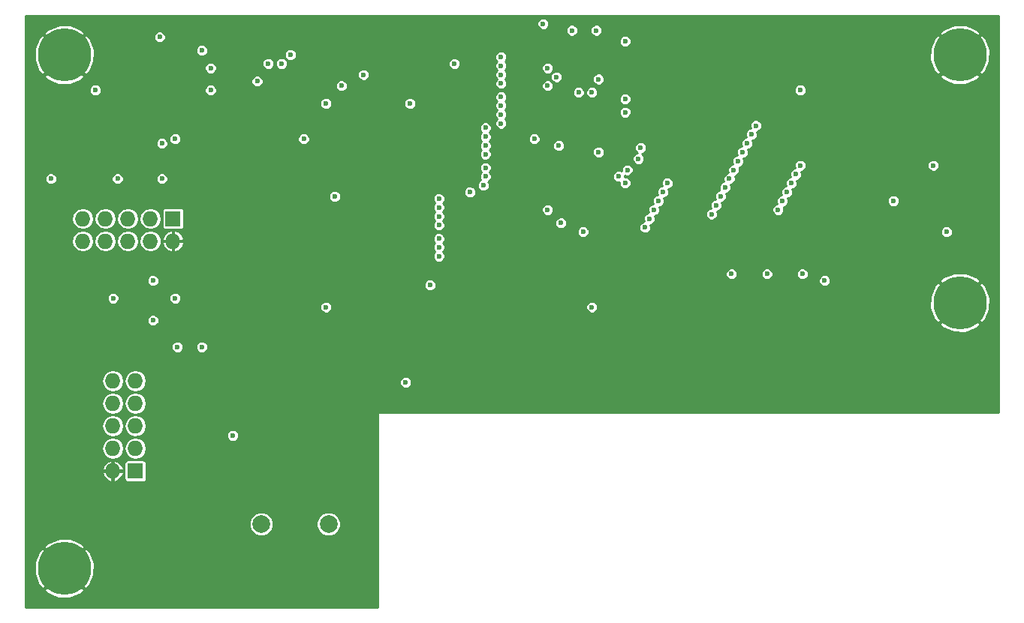
<source format=gbr>
G04 #@! TF.FileFunction,Copper,L4,Bot,Signal*
%FSLAX46Y46*%
G04 Gerber Fmt 4.6, Leading zero omitted, Abs format (unit mm)*
G04 Created by KiCad (PCBNEW 4.0.5+dfsg1-4) date Wed Jan 10 10:44:42 2018*
%MOMM*%
%LPD*%
G01*
G04 APERTURE LIST*
%ADD10C,0.100000*%
%ADD11C,2.000000*%
%ADD12C,6.000000*%
%ADD13R,1.727200X1.727200*%
%ADD14O,1.727200X1.727200*%
%ADD15C,0.600000*%
%ADD16C,0.254000*%
G04 APERTURE END LIST*
D10*
D11*
X100200000Y-114000000D03*
X107800000Y-114000000D03*
D12*
X179000000Y-61000000D03*
X179000000Y-89000000D03*
X78000000Y-61000000D03*
X78000000Y-119000000D03*
D13*
X90250000Y-79500000D03*
D14*
X90250000Y-82040000D03*
X87710000Y-79500000D03*
X87710000Y-82040000D03*
X85170000Y-79500000D03*
X85170000Y-82040000D03*
X82630000Y-79500000D03*
X82630000Y-82040000D03*
X80090000Y-79500000D03*
X80090000Y-82040000D03*
D13*
X86000000Y-108000000D03*
D14*
X83460000Y-108000000D03*
X86000000Y-105460000D03*
X83460000Y-105460000D03*
X86000000Y-102920000D03*
X83460000Y-102920000D03*
X86000000Y-100380000D03*
X83460000Y-100380000D03*
X86000000Y-97840000D03*
X83460000Y-97840000D03*
D15*
X90500000Y-88500000D03*
X83500000Y-88500000D03*
X107500000Y-89500000D03*
X163750000Y-86500000D03*
X177500000Y-81000000D03*
X109250000Y-64500000D03*
X107500000Y-66500000D03*
X105000000Y-70500000D03*
X176000000Y-73500000D03*
X88750000Y-59000000D03*
X160500000Y-58750000D03*
X74000000Y-105500000D03*
X95500000Y-105500000D03*
X167000000Y-62250000D03*
X163000000Y-77500000D03*
X82750000Y-58250000D03*
X99750000Y-57000000D03*
X97500000Y-79000000D03*
X101000000Y-69000000D03*
X101000000Y-67000000D03*
X101000000Y-65250000D03*
X109000000Y-62500000D03*
X77750000Y-73000000D03*
X113000000Y-87750000D03*
X114500000Y-94750000D03*
X124500000Y-95500000D03*
X129000000Y-95500000D03*
X133500000Y-95500000D03*
X118500000Y-95750000D03*
X150500000Y-86250000D03*
X148250000Y-86250000D03*
X112000000Y-70000000D03*
X114750000Y-65500000D03*
X132500000Y-61000000D03*
X141250000Y-61000000D03*
X132500000Y-69000000D03*
X141250000Y-69000000D03*
X132500000Y-77000000D03*
X141500000Y-77000000D03*
X140500000Y-86750000D03*
X145500000Y-85500000D03*
X161000000Y-65000000D03*
X116500000Y-98000000D03*
X97000000Y-104000000D03*
X88000000Y-91000000D03*
X88000000Y-86500000D03*
X161000000Y-73500000D03*
X132000000Y-57500000D03*
X127250000Y-61250000D03*
X160500000Y-74500000D03*
X127250000Y-62250000D03*
X135250000Y-58250000D03*
X160000000Y-75500000D03*
X127250000Y-63250000D03*
X138000000Y-58250000D03*
X159500000Y-76500000D03*
X127250000Y-64250000D03*
X141250000Y-59500000D03*
X159000000Y-77500000D03*
X127250000Y-65750000D03*
X132500000Y-62500000D03*
X158500000Y-78500000D03*
X127250000Y-66750000D03*
X133500000Y-63500000D03*
X156000000Y-69000000D03*
X127250000Y-67750000D03*
X132500000Y-64500000D03*
X155500000Y-70000000D03*
X127250000Y-68750000D03*
X138250000Y-63750000D03*
X125500000Y-69250000D03*
X136000000Y-65250000D03*
X155000000Y-71000000D03*
X125500000Y-70250000D03*
X137500000Y-65250000D03*
X154500000Y-72000000D03*
X125500000Y-71250000D03*
X141250000Y-66000000D03*
X154000000Y-73000000D03*
X125500000Y-72250000D03*
X141250000Y-67500000D03*
X153500000Y-74000000D03*
X125500000Y-73750000D03*
X131000000Y-70500000D03*
X153000000Y-75000000D03*
X125500000Y-74750000D03*
X133750000Y-71250000D03*
X152500000Y-76000000D03*
X125250000Y-75750000D03*
X138250000Y-72000000D03*
X152000000Y-77000000D03*
X123750000Y-76500000D03*
X151500000Y-78000000D03*
X143000000Y-71500000D03*
X151000000Y-79000000D03*
X120250000Y-77250000D03*
X142750000Y-72750000D03*
X146000000Y-75500000D03*
X120250000Y-78250000D03*
X141500000Y-74000000D03*
X145500000Y-76500000D03*
X120250000Y-79250000D03*
X140500000Y-74750000D03*
X145000000Y-77500000D03*
X120250000Y-80250000D03*
X141250000Y-75500000D03*
X144500000Y-78500000D03*
X120250000Y-81750000D03*
X132500000Y-78500000D03*
X144000000Y-79500000D03*
X120250000Y-82750000D03*
X134000000Y-80000000D03*
X136500000Y-81000000D03*
X143500000Y-80500000D03*
X120250000Y-83750000D03*
X89000000Y-71000000D03*
X89000000Y-75000000D03*
X171500000Y-77500000D03*
X153250000Y-85750000D03*
X161250000Y-85750000D03*
X157250000Y-85750000D03*
X81500000Y-65000000D03*
X93500000Y-94000000D03*
X90750000Y-94000000D03*
X84000000Y-75000000D03*
X76500000Y-75000000D03*
X103500000Y-61000000D03*
X90500000Y-70500000D03*
X117000000Y-66500000D03*
X137500000Y-89500000D03*
X102500000Y-62000000D03*
X94500000Y-65000000D03*
X101000000Y-62000000D03*
X94500000Y-62500000D03*
X99750000Y-64000000D03*
X93500000Y-60500000D03*
X122000000Y-62000000D03*
X108500000Y-77000000D03*
X119250000Y-87000000D03*
X111750000Y-63250000D03*
D16*
G36*
X183373000Y-101373000D02*
X113500000Y-101373000D01*
X113450590Y-101383006D01*
X113408965Y-101411447D01*
X113381685Y-101453841D01*
X113373000Y-101500000D01*
X113373000Y-123373000D01*
X73627000Y-123373000D01*
X73627000Y-121414689D01*
X75675114Y-121414689D01*
X76025481Y-121825725D01*
X77257140Y-122366245D01*
X78601894Y-122394285D01*
X79855013Y-121905576D01*
X79974519Y-121825725D01*
X80324886Y-121414689D01*
X78000000Y-119089803D01*
X75675114Y-121414689D01*
X73627000Y-121414689D01*
X73627000Y-119601894D01*
X74605715Y-119601894D01*
X75094424Y-120855013D01*
X75174275Y-120974519D01*
X75585311Y-121324886D01*
X77910197Y-119000000D01*
X78089803Y-119000000D01*
X80414689Y-121324886D01*
X80825725Y-120974519D01*
X81366245Y-119742860D01*
X81394285Y-118398106D01*
X80905576Y-117144987D01*
X80825725Y-117025481D01*
X80414689Y-116675114D01*
X78089803Y-119000000D01*
X77910197Y-119000000D01*
X75585311Y-116675114D01*
X75174275Y-117025481D01*
X74633755Y-118257140D01*
X74605715Y-119601894D01*
X73627000Y-119601894D01*
X73627000Y-116585311D01*
X75675114Y-116585311D01*
X78000000Y-118910197D01*
X80324886Y-116585311D01*
X79974519Y-116174275D01*
X78742860Y-115633755D01*
X77398106Y-115605715D01*
X76144987Y-116094424D01*
X76025481Y-116174275D01*
X75675114Y-116585311D01*
X73627000Y-116585311D01*
X73627000Y-114273493D01*
X98818761Y-114273493D01*
X99028563Y-114781251D01*
X99416705Y-115170072D01*
X99924097Y-115380759D01*
X100473493Y-115381239D01*
X100981251Y-115171437D01*
X101370072Y-114783295D01*
X101580759Y-114275903D01*
X101580761Y-114273493D01*
X106418761Y-114273493D01*
X106628563Y-114781251D01*
X107016705Y-115170072D01*
X107524097Y-115380759D01*
X108073493Y-115381239D01*
X108581251Y-115171437D01*
X108970072Y-114783295D01*
X109180759Y-114275903D01*
X109181239Y-113726507D01*
X108971437Y-113218749D01*
X108583295Y-112829928D01*
X108075903Y-112619241D01*
X107526507Y-112618761D01*
X107018749Y-112828563D01*
X106629928Y-113216705D01*
X106419241Y-113724097D01*
X106418761Y-114273493D01*
X101580761Y-114273493D01*
X101581239Y-113726507D01*
X101371437Y-113218749D01*
X100983295Y-112829928D01*
X100475903Y-112619241D01*
X99926507Y-112618761D01*
X99418749Y-112828563D01*
X99029928Y-113216705D01*
X98819241Y-113724097D01*
X98818761Y-114273493D01*
X73627000Y-114273493D01*
X73627000Y-108257164D01*
X82242252Y-108257164D01*
X82433360Y-108703601D01*
X82780765Y-109042921D01*
X83202837Y-109217742D01*
X83396500Y-109147595D01*
X83396500Y-108063500D01*
X83523500Y-108063500D01*
X83523500Y-109147595D01*
X83717163Y-109217742D01*
X84139235Y-109042921D01*
X84486640Y-108703601D01*
X84677748Y-108257164D01*
X84607735Y-108063500D01*
X83523500Y-108063500D01*
X83396500Y-108063500D01*
X82312265Y-108063500D01*
X82242252Y-108257164D01*
X73627000Y-108257164D01*
X73627000Y-107742836D01*
X82242252Y-107742836D01*
X82312265Y-107936500D01*
X83396500Y-107936500D01*
X83396500Y-106852405D01*
X83523500Y-106852405D01*
X83523500Y-107936500D01*
X84607735Y-107936500D01*
X84677748Y-107742836D01*
X84486640Y-107296399D01*
X84322829Y-107136400D01*
X84747936Y-107136400D01*
X84747936Y-108863600D01*
X84774503Y-109004790D01*
X84857946Y-109134465D01*
X84985266Y-109221459D01*
X85136400Y-109252064D01*
X86863600Y-109252064D01*
X87004790Y-109225497D01*
X87134465Y-109142054D01*
X87221459Y-109014734D01*
X87252064Y-108863600D01*
X87252064Y-107136400D01*
X87225497Y-106995210D01*
X87142054Y-106865535D01*
X87014734Y-106778541D01*
X86863600Y-106747936D01*
X85136400Y-106747936D01*
X84995210Y-106774503D01*
X84865535Y-106857946D01*
X84778541Y-106985266D01*
X84747936Y-107136400D01*
X84322829Y-107136400D01*
X84139235Y-106957079D01*
X83717163Y-106782258D01*
X83523500Y-106852405D01*
X83396500Y-106852405D01*
X83202837Y-106782258D01*
X82780765Y-106957079D01*
X82433360Y-107296399D01*
X82242252Y-107742836D01*
X73627000Y-107742836D01*
X73627000Y-105435617D01*
X82215400Y-105435617D01*
X82215400Y-105484383D01*
X82310140Y-105960671D01*
X82579935Y-106364448D01*
X82983712Y-106634243D01*
X83460000Y-106728983D01*
X83936288Y-106634243D01*
X84340065Y-106364448D01*
X84609860Y-105960671D01*
X84704600Y-105484383D01*
X84704600Y-105435617D01*
X84755400Y-105435617D01*
X84755400Y-105484383D01*
X84850140Y-105960671D01*
X85119935Y-106364448D01*
X85523712Y-106634243D01*
X86000000Y-106728983D01*
X86476288Y-106634243D01*
X86880065Y-106364448D01*
X87149860Y-105960671D01*
X87244600Y-105484383D01*
X87244600Y-105435617D01*
X87149860Y-104959329D01*
X86880065Y-104555552D01*
X86476288Y-104285757D01*
X86000000Y-104191017D01*
X85523712Y-104285757D01*
X85119935Y-104555552D01*
X84850140Y-104959329D01*
X84755400Y-105435617D01*
X84704600Y-105435617D01*
X84609860Y-104959329D01*
X84340065Y-104555552D01*
X83936288Y-104285757D01*
X83460000Y-104191017D01*
X82983712Y-104285757D01*
X82579935Y-104555552D01*
X82310140Y-104959329D01*
X82215400Y-105435617D01*
X73627000Y-105435617D01*
X73627000Y-102895617D01*
X82215400Y-102895617D01*
X82215400Y-102944383D01*
X82310140Y-103420671D01*
X82579935Y-103824448D01*
X82983712Y-104094243D01*
X83460000Y-104188983D01*
X83936288Y-104094243D01*
X84340065Y-103824448D01*
X84609860Y-103420671D01*
X84704600Y-102944383D01*
X84704600Y-102895617D01*
X84755400Y-102895617D01*
X84755400Y-102944383D01*
X84850140Y-103420671D01*
X85119935Y-103824448D01*
X85523712Y-104094243D01*
X86000000Y-104188983D01*
X86272068Y-104134865D01*
X96318882Y-104134865D01*
X96422339Y-104385252D01*
X96613741Y-104576987D01*
X96863946Y-104680882D01*
X97134865Y-104681118D01*
X97385252Y-104577661D01*
X97576987Y-104386259D01*
X97680882Y-104136054D01*
X97681118Y-103865135D01*
X97577661Y-103614748D01*
X97386259Y-103423013D01*
X97136054Y-103319118D01*
X96865135Y-103318882D01*
X96614748Y-103422339D01*
X96423013Y-103613741D01*
X96319118Y-103863946D01*
X96318882Y-104134865D01*
X86272068Y-104134865D01*
X86476288Y-104094243D01*
X86880065Y-103824448D01*
X87149860Y-103420671D01*
X87244600Y-102944383D01*
X87244600Y-102895617D01*
X87149860Y-102419329D01*
X86880065Y-102015552D01*
X86476288Y-101745757D01*
X86000000Y-101651017D01*
X85523712Y-101745757D01*
X85119935Y-102015552D01*
X84850140Y-102419329D01*
X84755400Y-102895617D01*
X84704600Y-102895617D01*
X84609860Y-102419329D01*
X84340065Y-102015552D01*
X83936288Y-101745757D01*
X83460000Y-101651017D01*
X82983712Y-101745757D01*
X82579935Y-102015552D01*
X82310140Y-102419329D01*
X82215400Y-102895617D01*
X73627000Y-102895617D01*
X73627000Y-100355617D01*
X82215400Y-100355617D01*
X82215400Y-100404383D01*
X82310140Y-100880671D01*
X82579935Y-101284448D01*
X82983712Y-101554243D01*
X83460000Y-101648983D01*
X83936288Y-101554243D01*
X84340065Y-101284448D01*
X84609860Y-100880671D01*
X84704600Y-100404383D01*
X84704600Y-100355617D01*
X84755400Y-100355617D01*
X84755400Y-100404383D01*
X84850140Y-100880671D01*
X85119935Y-101284448D01*
X85523712Y-101554243D01*
X86000000Y-101648983D01*
X86476288Y-101554243D01*
X86880065Y-101284448D01*
X87149860Y-100880671D01*
X87244600Y-100404383D01*
X87244600Y-100355617D01*
X87149860Y-99879329D01*
X86880065Y-99475552D01*
X86476288Y-99205757D01*
X86000000Y-99111017D01*
X85523712Y-99205757D01*
X85119935Y-99475552D01*
X84850140Y-99879329D01*
X84755400Y-100355617D01*
X84704600Y-100355617D01*
X84609860Y-99879329D01*
X84340065Y-99475552D01*
X83936288Y-99205757D01*
X83460000Y-99111017D01*
X82983712Y-99205757D01*
X82579935Y-99475552D01*
X82310140Y-99879329D01*
X82215400Y-100355617D01*
X73627000Y-100355617D01*
X73627000Y-97815617D01*
X82215400Y-97815617D01*
X82215400Y-97864383D01*
X82310140Y-98340671D01*
X82579935Y-98744448D01*
X82983712Y-99014243D01*
X83460000Y-99108983D01*
X83936288Y-99014243D01*
X84340065Y-98744448D01*
X84609860Y-98340671D01*
X84704600Y-97864383D01*
X84704600Y-97815617D01*
X84755400Y-97815617D01*
X84755400Y-97864383D01*
X84850140Y-98340671D01*
X85119935Y-98744448D01*
X85523712Y-99014243D01*
X86000000Y-99108983D01*
X86476288Y-99014243D01*
X86880065Y-98744448D01*
X87149860Y-98340671D01*
X87190797Y-98134865D01*
X115818882Y-98134865D01*
X115922339Y-98385252D01*
X116113741Y-98576987D01*
X116363946Y-98680882D01*
X116634865Y-98681118D01*
X116885252Y-98577661D01*
X117076987Y-98386259D01*
X117180882Y-98136054D01*
X117181118Y-97865135D01*
X117077661Y-97614748D01*
X116886259Y-97423013D01*
X116636054Y-97319118D01*
X116365135Y-97318882D01*
X116114748Y-97422339D01*
X115923013Y-97613741D01*
X115819118Y-97863946D01*
X115818882Y-98134865D01*
X87190797Y-98134865D01*
X87244600Y-97864383D01*
X87244600Y-97815617D01*
X87149860Y-97339329D01*
X86880065Y-96935552D01*
X86476288Y-96665757D01*
X86000000Y-96571017D01*
X85523712Y-96665757D01*
X85119935Y-96935552D01*
X84850140Y-97339329D01*
X84755400Y-97815617D01*
X84704600Y-97815617D01*
X84609860Y-97339329D01*
X84340065Y-96935552D01*
X83936288Y-96665757D01*
X83460000Y-96571017D01*
X82983712Y-96665757D01*
X82579935Y-96935552D01*
X82310140Y-97339329D01*
X82215400Y-97815617D01*
X73627000Y-97815617D01*
X73627000Y-94134865D01*
X90068882Y-94134865D01*
X90172339Y-94385252D01*
X90363741Y-94576987D01*
X90613946Y-94680882D01*
X90884865Y-94681118D01*
X91135252Y-94577661D01*
X91326987Y-94386259D01*
X91430882Y-94136054D01*
X91430883Y-94134865D01*
X92818882Y-94134865D01*
X92922339Y-94385252D01*
X93113741Y-94576987D01*
X93363946Y-94680882D01*
X93634865Y-94681118D01*
X93885252Y-94577661D01*
X94076987Y-94386259D01*
X94180882Y-94136054D01*
X94181118Y-93865135D01*
X94077661Y-93614748D01*
X93886259Y-93423013D01*
X93636054Y-93319118D01*
X93365135Y-93318882D01*
X93114748Y-93422339D01*
X92923013Y-93613741D01*
X92819118Y-93863946D01*
X92818882Y-94134865D01*
X91430883Y-94134865D01*
X91431118Y-93865135D01*
X91327661Y-93614748D01*
X91136259Y-93423013D01*
X90886054Y-93319118D01*
X90615135Y-93318882D01*
X90364748Y-93422339D01*
X90173013Y-93613741D01*
X90069118Y-93863946D01*
X90068882Y-94134865D01*
X73627000Y-94134865D01*
X73627000Y-91134865D01*
X87318882Y-91134865D01*
X87422339Y-91385252D01*
X87613741Y-91576987D01*
X87863946Y-91680882D01*
X88134865Y-91681118D01*
X88385252Y-91577661D01*
X88548507Y-91414689D01*
X176675114Y-91414689D01*
X177025481Y-91825725D01*
X178257140Y-92366245D01*
X179601894Y-92394285D01*
X180855013Y-91905576D01*
X180974519Y-91825725D01*
X181324886Y-91414689D01*
X179000000Y-89089803D01*
X176675114Y-91414689D01*
X88548507Y-91414689D01*
X88576987Y-91386259D01*
X88680882Y-91136054D01*
X88681118Y-90865135D01*
X88577661Y-90614748D01*
X88386259Y-90423013D01*
X88136054Y-90319118D01*
X87865135Y-90318882D01*
X87614748Y-90422339D01*
X87423013Y-90613741D01*
X87319118Y-90863946D01*
X87318882Y-91134865D01*
X73627000Y-91134865D01*
X73627000Y-89634865D01*
X106818882Y-89634865D01*
X106922339Y-89885252D01*
X107113741Y-90076987D01*
X107363946Y-90180882D01*
X107634865Y-90181118D01*
X107885252Y-90077661D01*
X108076987Y-89886259D01*
X108180882Y-89636054D01*
X108180883Y-89634865D01*
X136818882Y-89634865D01*
X136922339Y-89885252D01*
X137113741Y-90076987D01*
X137363946Y-90180882D01*
X137634865Y-90181118D01*
X137885252Y-90077661D01*
X138076987Y-89886259D01*
X138180882Y-89636054D01*
X138180911Y-89601894D01*
X175605715Y-89601894D01*
X176094424Y-90855013D01*
X176174275Y-90974519D01*
X176585311Y-91324886D01*
X178910197Y-89000000D01*
X179089803Y-89000000D01*
X181414689Y-91324886D01*
X181825725Y-90974519D01*
X182366245Y-89742860D01*
X182394285Y-88398106D01*
X181905576Y-87144987D01*
X181825725Y-87025481D01*
X181414689Y-86675114D01*
X179089803Y-89000000D01*
X178910197Y-89000000D01*
X176585311Y-86675114D01*
X176174275Y-87025481D01*
X175633755Y-88257140D01*
X175605715Y-89601894D01*
X138180911Y-89601894D01*
X138181118Y-89365135D01*
X138077661Y-89114748D01*
X137886259Y-88923013D01*
X137636054Y-88819118D01*
X137365135Y-88818882D01*
X137114748Y-88922339D01*
X136923013Y-89113741D01*
X136819118Y-89363946D01*
X136818882Y-89634865D01*
X108180883Y-89634865D01*
X108181118Y-89365135D01*
X108077661Y-89114748D01*
X107886259Y-88923013D01*
X107636054Y-88819118D01*
X107365135Y-88818882D01*
X107114748Y-88922339D01*
X106923013Y-89113741D01*
X106819118Y-89363946D01*
X106818882Y-89634865D01*
X73627000Y-89634865D01*
X73627000Y-88634865D01*
X82818882Y-88634865D01*
X82922339Y-88885252D01*
X83113741Y-89076987D01*
X83363946Y-89180882D01*
X83634865Y-89181118D01*
X83885252Y-89077661D01*
X84076987Y-88886259D01*
X84180882Y-88636054D01*
X84180883Y-88634865D01*
X89818882Y-88634865D01*
X89922339Y-88885252D01*
X90113741Y-89076987D01*
X90363946Y-89180882D01*
X90634865Y-89181118D01*
X90885252Y-89077661D01*
X91076987Y-88886259D01*
X91180882Y-88636054D01*
X91181118Y-88365135D01*
X91077661Y-88114748D01*
X90886259Y-87923013D01*
X90636054Y-87819118D01*
X90365135Y-87818882D01*
X90114748Y-87922339D01*
X89923013Y-88113741D01*
X89819118Y-88363946D01*
X89818882Y-88634865D01*
X84180883Y-88634865D01*
X84181118Y-88365135D01*
X84077661Y-88114748D01*
X83886259Y-87923013D01*
X83636054Y-87819118D01*
X83365135Y-87818882D01*
X83114748Y-87922339D01*
X82923013Y-88113741D01*
X82819118Y-88363946D01*
X82818882Y-88634865D01*
X73627000Y-88634865D01*
X73627000Y-86634865D01*
X87318882Y-86634865D01*
X87422339Y-86885252D01*
X87613741Y-87076987D01*
X87863946Y-87180882D01*
X88134865Y-87181118D01*
X88246806Y-87134865D01*
X118568882Y-87134865D01*
X118672339Y-87385252D01*
X118863741Y-87576987D01*
X119113946Y-87680882D01*
X119384865Y-87681118D01*
X119635252Y-87577661D01*
X119826987Y-87386259D01*
X119930882Y-87136054D01*
X119931118Y-86865135D01*
X119835974Y-86634865D01*
X163068882Y-86634865D01*
X163172339Y-86885252D01*
X163363741Y-87076987D01*
X163613946Y-87180882D01*
X163884865Y-87181118D01*
X164135252Y-87077661D01*
X164326987Y-86886259D01*
X164430882Y-86636054D01*
X164430926Y-86585311D01*
X176675114Y-86585311D01*
X179000000Y-88910197D01*
X181324886Y-86585311D01*
X180974519Y-86174275D01*
X179742860Y-85633755D01*
X178398106Y-85605715D01*
X177144987Y-86094424D01*
X177025481Y-86174275D01*
X176675114Y-86585311D01*
X164430926Y-86585311D01*
X164431118Y-86365135D01*
X164327661Y-86114748D01*
X164136259Y-85923013D01*
X163886054Y-85819118D01*
X163615135Y-85818882D01*
X163364748Y-85922339D01*
X163173013Y-86113741D01*
X163069118Y-86363946D01*
X163068882Y-86634865D01*
X119835974Y-86634865D01*
X119827661Y-86614748D01*
X119636259Y-86423013D01*
X119386054Y-86319118D01*
X119115135Y-86318882D01*
X118864748Y-86422339D01*
X118673013Y-86613741D01*
X118569118Y-86863946D01*
X118568882Y-87134865D01*
X88246806Y-87134865D01*
X88385252Y-87077661D01*
X88576987Y-86886259D01*
X88680882Y-86636054D01*
X88681118Y-86365135D01*
X88577661Y-86114748D01*
X88386259Y-85923013D01*
X88294390Y-85884865D01*
X152568882Y-85884865D01*
X152672339Y-86135252D01*
X152863741Y-86326987D01*
X153113946Y-86430882D01*
X153384865Y-86431118D01*
X153635252Y-86327661D01*
X153826987Y-86136259D01*
X153930882Y-85886054D01*
X153930883Y-85884865D01*
X156568882Y-85884865D01*
X156672339Y-86135252D01*
X156863741Y-86326987D01*
X157113946Y-86430882D01*
X157384865Y-86431118D01*
X157635252Y-86327661D01*
X157826987Y-86136259D01*
X157930882Y-85886054D01*
X157930883Y-85884865D01*
X160568882Y-85884865D01*
X160672339Y-86135252D01*
X160863741Y-86326987D01*
X161113946Y-86430882D01*
X161384865Y-86431118D01*
X161635252Y-86327661D01*
X161826987Y-86136259D01*
X161930882Y-85886054D01*
X161931118Y-85615135D01*
X161827661Y-85364748D01*
X161636259Y-85173013D01*
X161386054Y-85069118D01*
X161115135Y-85068882D01*
X160864748Y-85172339D01*
X160673013Y-85363741D01*
X160569118Y-85613946D01*
X160568882Y-85884865D01*
X157930883Y-85884865D01*
X157931118Y-85615135D01*
X157827661Y-85364748D01*
X157636259Y-85173013D01*
X157386054Y-85069118D01*
X157115135Y-85068882D01*
X156864748Y-85172339D01*
X156673013Y-85363741D01*
X156569118Y-85613946D01*
X156568882Y-85884865D01*
X153930883Y-85884865D01*
X153931118Y-85615135D01*
X153827661Y-85364748D01*
X153636259Y-85173013D01*
X153386054Y-85069118D01*
X153115135Y-85068882D01*
X152864748Y-85172339D01*
X152673013Y-85363741D01*
X152569118Y-85613946D01*
X152568882Y-85884865D01*
X88294390Y-85884865D01*
X88136054Y-85819118D01*
X87865135Y-85818882D01*
X87614748Y-85922339D01*
X87423013Y-86113741D01*
X87319118Y-86363946D01*
X87318882Y-86634865D01*
X73627000Y-86634865D01*
X73627000Y-82040000D01*
X78821017Y-82040000D01*
X78915757Y-82516288D01*
X79185552Y-82920065D01*
X79589329Y-83189860D01*
X80065617Y-83284600D01*
X80114383Y-83284600D01*
X80590671Y-83189860D01*
X80994448Y-82920065D01*
X81264243Y-82516288D01*
X81358983Y-82040000D01*
X81361017Y-82040000D01*
X81455757Y-82516288D01*
X81725552Y-82920065D01*
X82129329Y-83189860D01*
X82605617Y-83284600D01*
X82654383Y-83284600D01*
X83130671Y-83189860D01*
X83534448Y-82920065D01*
X83804243Y-82516288D01*
X83898983Y-82040000D01*
X83901017Y-82040000D01*
X83995757Y-82516288D01*
X84265552Y-82920065D01*
X84669329Y-83189860D01*
X85145617Y-83284600D01*
X85194383Y-83284600D01*
X85670671Y-83189860D01*
X86074448Y-82920065D01*
X86344243Y-82516288D01*
X86438983Y-82040000D01*
X86441017Y-82040000D01*
X86535757Y-82516288D01*
X86805552Y-82920065D01*
X87209329Y-83189860D01*
X87685617Y-83284600D01*
X87734383Y-83284600D01*
X88210671Y-83189860D01*
X88614448Y-82920065D01*
X88884243Y-82516288D01*
X88927829Y-82297163D01*
X89032258Y-82297163D01*
X89207079Y-82719235D01*
X89546399Y-83066640D01*
X89992836Y-83257748D01*
X90186500Y-83187735D01*
X90186500Y-82103500D01*
X90313500Y-82103500D01*
X90313500Y-83187735D01*
X90507164Y-83257748D01*
X90953601Y-83066640D01*
X91292921Y-82719235D01*
X91467742Y-82297163D01*
X91397595Y-82103500D01*
X90313500Y-82103500D01*
X90186500Y-82103500D01*
X89102405Y-82103500D01*
X89032258Y-82297163D01*
X88927829Y-82297163D01*
X88978983Y-82040000D01*
X88927830Y-81782837D01*
X89032258Y-81782837D01*
X89102405Y-81976500D01*
X90186500Y-81976500D01*
X90186500Y-80892265D01*
X90313500Y-80892265D01*
X90313500Y-81976500D01*
X91397595Y-81976500D01*
X91430786Y-81884865D01*
X119568882Y-81884865D01*
X119672339Y-82135252D01*
X119786920Y-82250032D01*
X119673013Y-82363741D01*
X119569118Y-82613946D01*
X119568882Y-82884865D01*
X119672339Y-83135252D01*
X119786920Y-83250032D01*
X119673013Y-83363741D01*
X119569118Y-83613946D01*
X119568882Y-83884865D01*
X119672339Y-84135252D01*
X119863741Y-84326987D01*
X120113946Y-84430882D01*
X120384865Y-84431118D01*
X120635252Y-84327661D01*
X120826987Y-84136259D01*
X120930882Y-83886054D01*
X120931118Y-83615135D01*
X120827661Y-83364748D01*
X120713080Y-83249968D01*
X120826987Y-83136259D01*
X120930882Y-82886054D01*
X120931118Y-82615135D01*
X120827661Y-82364748D01*
X120713080Y-82249968D01*
X120826987Y-82136259D01*
X120930882Y-81886054D01*
X120931118Y-81615135D01*
X120827661Y-81364748D01*
X120636259Y-81173013D01*
X120544390Y-81134865D01*
X135818882Y-81134865D01*
X135922339Y-81385252D01*
X136113741Y-81576987D01*
X136363946Y-81680882D01*
X136634865Y-81681118D01*
X136885252Y-81577661D01*
X137076987Y-81386259D01*
X137180882Y-81136054D01*
X137181118Y-80865135D01*
X137085974Y-80634865D01*
X142818882Y-80634865D01*
X142922339Y-80885252D01*
X143113741Y-81076987D01*
X143363946Y-81180882D01*
X143634865Y-81181118D01*
X143746806Y-81134865D01*
X176818882Y-81134865D01*
X176922339Y-81385252D01*
X177113741Y-81576987D01*
X177363946Y-81680882D01*
X177634865Y-81681118D01*
X177885252Y-81577661D01*
X178076987Y-81386259D01*
X178180882Y-81136054D01*
X178181118Y-80865135D01*
X178077661Y-80614748D01*
X177886259Y-80423013D01*
X177636054Y-80319118D01*
X177365135Y-80318882D01*
X177114748Y-80422339D01*
X176923013Y-80613741D01*
X176819118Y-80863946D01*
X176818882Y-81134865D01*
X143746806Y-81134865D01*
X143885252Y-81077661D01*
X144076987Y-80886259D01*
X144180882Y-80636054D01*
X144181118Y-80365135D01*
X144105074Y-80181092D01*
X144134865Y-80181118D01*
X144385252Y-80077661D01*
X144576987Y-79886259D01*
X144680882Y-79636054D01*
X144681118Y-79365135D01*
X144605074Y-79181092D01*
X144634865Y-79181118D01*
X144746806Y-79134865D01*
X150318882Y-79134865D01*
X150422339Y-79385252D01*
X150613741Y-79576987D01*
X150863946Y-79680882D01*
X151134865Y-79681118D01*
X151385252Y-79577661D01*
X151576987Y-79386259D01*
X151680882Y-79136054D01*
X151681118Y-78865135D01*
X151605074Y-78681092D01*
X151634865Y-78681118D01*
X151746806Y-78634865D01*
X157818882Y-78634865D01*
X157922339Y-78885252D01*
X158113741Y-79076987D01*
X158363946Y-79180882D01*
X158634865Y-79181118D01*
X158885252Y-79077661D01*
X159076987Y-78886259D01*
X159180882Y-78636054D01*
X159181118Y-78365135D01*
X159105074Y-78181092D01*
X159134865Y-78181118D01*
X159385252Y-78077661D01*
X159576987Y-77886259D01*
X159680882Y-77636054D01*
X159680883Y-77634865D01*
X170818882Y-77634865D01*
X170922339Y-77885252D01*
X171113741Y-78076987D01*
X171363946Y-78180882D01*
X171634865Y-78181118D01*
X171885252Y-78077661D01*
X172076987Y-77886259D01*
X172180882Y-77636054D01*
X172181118Y-77365135D01*
X172077661Y-77114748D01*
X171886259Y-76923013D01*
X171636054Y-76819118D01*
X171365135Y-76818882D01*
X171114748Y-76922339D01*
X170923013Y-77113741D01*
X170819118Y-77363946D01*
X170818882Y-77634865D01*
X159680883Y-77634865D01*
X159681118Y-77365135D01*
X159605074Y-77181092D01*
X159634865Y-77181118D01*
X159885252Y-77077661D01*
X160076987Y-76886259D01*
X160180882Y-76636054D01*
X160181118Y-76365135D01*
X160105074Y-76181092D01*
X160134865Y-76181118D01*
X160385252Y-76077661D01*
X160576987Y-75886259D01*
X160680882Y-75636054D01*
X160681118Y-75365135D01*
X160605074Y-75181092D01*
X160634865Y-75181118D01*
X160885252Y-75077661D01*
X161076987Y-74886259D01*
X161180882Y-74636054D01*
X161181118Y-74365135D01*
X161105074Y-74181092D01*
X161134865Y-74181118D01*
X161385252Y-74077661D01*
X161576987Y-73886259D01*
X161680882Y-73636054D01*
X161680883Y-73634865D01*
X175318882Y-73634865D01*
X175422339Y-73885252D01*
X175613741Y-74076987D01*
X175863946Y-74180882D01*
X176134865Y-74181118D01*
X176385252Y-74077661D01*
X176576987Y-73886259D01*
X176680882Y-73636054D01*
X176681118Y-73365135D01*
X176577661Y-73114748D01*
X176386259Y-72923013D01*
X176136054Y-72819118D01*
X175865135Y-72818882D01*
X175614748Y-72922339D01*
X175423013Y-73113741D01*
X175319118Y-73363946D01*
X175318882Y-73634865D01*
X161680883Y-73634865D01*
X161681118Y-73365135D01*
X161577661Y-73114748D01*
X161386259Y-72923013D01*
X161136054Y-72819118D01*
X160865135Y-72818882D01*
X160614748Y-72922339D01*
X160423013Y-73113741D01*
X160319118Y-73363946D01*
X160318882Y-73634865D01*
X160394926Y-73818908D01*
X160365135Y-73818882D01*
X160114748Y-73922339D01*
X159923013Y-74113741D01*
X159819118Y-74363946D01*
X159818882Y-74634865D01*
X159894926Y-74818908D01*
X159865135Y-74818882D01*
X159614748Y-74922339D01*
X159423013Y-75113741D01*
X159319118Y-75363946D01*
X159318882Y-75634865D01*
X159394926Y-75818908D01*
X159365135Y-75818882D01*
X159114748Y-75922339D01*
X158923013Y-76113741D01*
X158819118Y-76363946D01*
X158818882Y-76634865D01*
X158894926Y-76818908D01*
X158865135Y-76818882D01*
X158614748Y-76922339D01*
X158423013Y-77113741D01*
X158319118Y-77363946D01*
X158318882Y-77634865D01*
X158394926Y-77818908D01*
X158365135Y-77818882D01*
X158114748Y-77922339D01*
X157923013Y-78113741D01*
X157819118Y-78363946D01*
X157818882Y-78634865D01*
X151746806Y-78634865D01*
X151885252Y-78577661D01*
X152076987Y-78386259D01*
X152180882Y-78136054D01*
X152181118Y-77865135D01*
X152105074Y-77681092D01*
X152134865Y-77681118D01*
X152385252Y-77577661D01*
X152576987Y-77386259D01*
X152680882Y-77136054D01*
X152681118Y-76865135D01*
X152605074Y-76681092D01*
X152634865Y-76681118D01*
X152885252Y-76577661D01*
X153076987Y-76386259D01*
X153180882Y-76136054D01*
X153181118Y-75865135D01*
X153105074Y-75681092D01*
X153134865Y-75681118D01*
X153385252Y-75577661D01*
X153576987Y-75386259D01*
X153680882Y-75136054D01*
X153681118Y-74865135D01*
X153605074Y-74681092D01*
X153634865Y-74681118D01*
X153885252Y-74577661D01*
X154076987Y-74386259D01*
X154180882Y-74136054D01*
X154181118Y-73865135D01*
X154105074Y-73681092D01*
X154134865Y-73681118D01*
X154385252Y-73577661D01*
X154576987Y-73386259D01*
X154680882Y-73136054D01*
X154681118Y-72865135D01*
X154605074Y-72681092D01*
X154634865Y-72681118D01*
X154885252Y-72577661D01*
X155076987Y-72386259D01*
X155180882Y-72136054D01*
X155181118Y-71865135D01*
X155105074Y-71681092D01*
X155134865Y-71681118D01*
X155385252Y-71577661D01*
X155576987Y-71386259D01*
X155680882Y-71136054D01*
X155681118Y-70865135D01*
X155605074Y-70681092D01*
X155634865Y-70681118D01*
X155885252Y-70577661D01*
X156076987Y-70386259D01*
X156180882Y-70136054D01*
X156181118Y-69865135D01*
X156105074Y-69681092D01*
X156134865Y-69681118D01*
X156385252Y-69577661D01*
X156576987Y-69386259D01*
X156680882Y-69136054D01*
X156681118Y-68865135D01*
X156577661Y-68614748D01*
X156386259Y-68423013D01*
X156136054Y-68319118D01*
X155865135Y-68318882D01*
X155614748Y-68422339D01*
X155423013Y-68613741D01*
X155319118Y-68863946D01*
X155318882Y-69134865D01*
X155394926Y-69318908D01*
X155365135Y-69318882D01*
X155114748Y-69422339D01*
X154923013Y-69613741D01*
X154819118Y-69863946D01*
X154818882Y-70134865D01*
X154894926Y-70318908D01*
X154865135Y-70318882D01*
X154614748Y-70422339D01*
X154423013Y-70613741D01*
X154319118Y-70863946D01*
X154318882Y-71134865D01*
X154394926Y-71318908D01*
X154365135Y-71318882D01*
X154114748Y-71422339D01*
X153923013Y-71613741D01*
X153819118Y-71863946D01*
X153818882Y-72134865D01*
X153894926Y-72318908D01*
X153865135Y-72318882D01*
X153614748Y-72422339D01*
X153423013Y-72613741D01*
X153319118Y-72863946D01*
X153318882Y-73134865D01*
X153394926Y-73318908D01*
X153365135Y-73318882D01*
X153114748Y-73422339D01*
X152923013Y-73613741D01*
X152819118Y-73863946D01*
X152818882Y-74134865D01*
X152894926Y-74318908D01*
X152865135Y-74318882D01*
X152614748Y-74422339D01*
X152423013Y-74613741D01*
X152319118Y-74863946D01*
X152318882Y-75134865D01*
X152394926Y-75318908D01*
X152365135Y-75318882D01*
X152114748Y-75422339D01*
X151923013Y-75613741D01*
X151819118Y-75863946D01*
X151818882Y-76134865D01*
X151894926Y-76318908D01*
X151865135Y-76318882D01*
X151614748Y-76422339D01*
X151423013Y-76613741D01*
X151319118Y-76863946D01*
X151318882Y-77134865D01*
X151394926Y-77318908D01*
X151365135Y-77318882D01*
X151114748Y-77422339D01*
X150923013Y-77613741D01*
X150819118Y-77863946D01*
X150818882Y-78134865D01*
X150894926Y-78318908D01*
X150865135Y-78318882D01*
X150614748Y-78422339D01*
X150423013Y-78613741D01*
X150319118Y-78863946D01*
X150318882Y-79134865D01*
X144746806Y-79134865D01*
X144885252Y-79077661D01*
X145076987Y-78886259D01*
X145180882Y-78636054D01*
X145181118Y-78365135D01*
X145105074Y-78181092D01*
X145134865Y-78181118D01*
X145385252Y-78077661D01*
X145576987Y-77886259D01*
X145680882Y-77636054D01*
X145681118Y-77365135D01*
X145605074Y-77181092D01*
X145634865Y-77181118D01*
X145885252Y-77077661D01*
X146076987Y-76886259D01*
X146180882Y-76636054D01*
X146181118Y-76365135D01*
X146105074Y-76181092D01*
X146134865Y-76181118D01*
X146385252Y-76077661D01*
X146576987Y-75886259D01*
X146680882Y-75636054D01*
X146681118Y-75365135D01*
X146577661Y-75114748D01*
X146386259Y-74923013D01*
X146136054Y-74819118D01*
X145865135Y-74818882D01*
X145614748Y-74922339D01*
X145423013Y-75113741D01*
X145319118Y-75363946D01*
X145318882Y-75634865D01*
X145394926Y-75818908D01*
X145365135Y-75818882D01*
X145114748Y-75922339D01*
X144923013Y-76113741D01*
X144819118Y-76363946D01*
X144818882Y-76634865D01*
X144894926Y-76818908D01*
X144865135Y-76818882D01*
X144614748Y-76922339D01*
X144423013Y-77113741D01*
X144319118Y-77363946D01*
X144318882Y-77634865D01*
X144394926Y-77818908D01*
X144365135Y-77818882D01*
X144114748Y-77922339D01*
X143923013Y-78113741D01*
X143819118Y-78363946D01*
X143818882Y-78634865D01*
X143894926Y-78818908D01*
X143865135Y-78818882D01*
X143614748Y-78922339D01*
X143423013Y-79113741D01*
X143319118Y-79363946D01*
X143318882Y-79634865D01*
X143394926Y-79818908D01*
X143365135Y-79818882D01*
X143114748Y-79922339D01*
X142923013Y-80113741D01*
X142819118Y-80363946D01*
X142818882Y-80634865D01*
X137085974Y-80634865D01*
X137077661Y-80614748D01*
X136886259Y-80423013D01*
X136636054Y-80319118D01*
X136365135Y-80318882D01*
X136114748Y-80422339D01*
X135923013Y-80613741D01*
X135819118Y-80863946D01*
X135818882Y-81134865D01*
X120544390Y-81134865D01*
X120386054Y-81069118D01*
X120115135Y-81068882D01*
X119864748Y-81172339D01*
X119673013Y-81363741D01*
X119569118Y-81613946D01*
X119568882Y-81884865D01*
X91430786Y-81884865D01*
X91467742Y-81782837D01*
X91292921Y-81360765D01*
X90953601Y-81013360D01*
X90507164Y-80822252D01*
X90313500Y-80892265D01*
X90186500Y-80892265D01*
X89992836Y-80822252D01*
X89546399Y-81013360D01*
X89207079Y-81360765D01*
X89032258Y-81782837D01*
X88927830Y-81782837D01*
X88884243Y-81563712D01*
X88614448Y-81159935D01*
X88210671Y-80890140D01*
X87734383Y-80795400D01*
X87685617Y-80795400D01*
X87209329Y-80890140D01*
X86805552Y-81159935D01*
X86535757Y-81563712D01*
X86441017Y-82040000D01*
X86438983Y-82040000D01*
X86344243Y-81563712D01*
X86074448Y-81159935D01*
X85670671Y-80890140D01*
X85194383Y-80795400D01*
X85145617Y-80795400D01*
X84669329Y-80890140D01*
X84265552Y-81159935D01*
X83995757Y-81563712D01*
X83901017Y-82040000D01*
X83898983Y-82040000D01*
X83804243Y-81563712D01*
X83534448Y-81159935D01*
X83130671Y-80890140D01*
X82654383Y-80795400D01*
X82605617Y-80795400D01*
X82129329Y-80890140D01*
X81725552Y-81159935D01*
X81455757Y-81563712D01*
X81361017Y-82040000D01*
X81358983Y-82040000D01*
X81264243Y-81563712D01*
X80994448Y-81159935D01*
X80590671Y-80890140D01*
X80114383Y-80795400D01*
X80065617Y-80795400D01*
X79589329Y-80890140D01*
X79185552Y-81159935D01*
X78915757Y-81563712D01*
X78821017Y-82040000D01*
X73627000Y-82040000D01*
X73627000Y-79500000D01*
X78821017Y-79500000D01*
X78915757Y-79976288D01*
X79185552Y-80380065D01*
X79589329Y-80649860D01*
X80065617Y-80744600D01*
X80114383Y-80744600D01*
X80590671Y-80649860D01*
X80994448Y-80380065D01*
X81264243Y-79976288D01*
X81358983Y-79500000D01*
X81361017Y-79500000D01*
X81455757Y-79976288D01*
X81725552Y-80380065D01*
X82129329Y-80649860D01*
X82605617Y-80744600D01*
X82654383Y-80744600D01*
X83130671Y-80649860D01*
X83534448Y-80380065D01*
X83804243Y-79976288D01*
X83898983Y-79500000D01*
X83901017Y-79500000D01*
X83995757Y-79976288D01*
X84265552Y-80380065D01*
X84669329Y-80649860D01*
X85145617Y-80744600D01*
X85194383Y-80744600D01*
X85670671Y-80649860D01*
X86074448Y-80380065D01*
X86344243Y-79976288D01*
X86438983Y-79500000D01*
X86441017Y-79500000D01*
X86535757Y-79976288D01*
X86805552Y-80380065D01*
X87209329Y-80649860D01*
X87685617Y-80744600D01*
X87734383Y-80744600D01*
X88210671Y-80649860D01*
X88614448Y-80380065D01*
X88884243Y-79976288D01*
X88978983Y-79500000D01*
X88884243Y-79023712D01*
X88625450Y-78636400D01*
X88997936Y-78636400D01*
X88997936Y-80363600D01*
X89024503Y-80504790D01*
X89107946Y-80634465D01*
X89235266Y-80721459D01*
X89386400Y-80752064D01*
X91113600Y-80752064D01*
X91254790Y-80725497D01*
X91384465Y-80642054D01*
X91471459Y-80514734D01*
X91502064Y-80363600D01*
X91502064Y-78636400D01*
X91475497Y-78495210D01*
X91392054Y-78365535D01*
X91264734Y-78278541D01*
X91113600Y-78247936D01*
X89386400Y-78247936D01*
X89245210Y-78274503D01*
X89115535Y-78357946D01*
X89028541Y-78485266D01*
X88997936Y-78636400D01*
X88625450Y-78636400D01*
X88614448Y-78619935D01*
X88210671Y-78350140D01*
X87734383Y-78255400D01*
X87685617Y-78255400D01*
X87209329Y-78350140D01*
X86805552Y-78619935D01*
X86535757Y-79023712D01*
X86441017Y-79500000D01*
X86438983Y-79500000D01*
X86344243Y-79023712D01*
X86074448Y-78619935D01*
X85670671Y-78350140D01*
X85194383Y-78255400D01*
X85145617Y-78255400D01*
X84669329Y-78350140D01*
X84265552Y-78619935D01*
X83995757Y-79023712D01*
X83901017Y-79500000D01*
X83898983Y-79500000D01*
X83804243Y-79023712D01*
X83534448Y-78619935D01*
X83130671Y-78350140D01*
X82654383Y-78255400D01*
X82605617Y-78255400D01*
X82129329Y-78350140D01*
X81725552Y-78619935D01*
X81455757Y-79023712D01*
X81361017Y-79500000D01*
X81358983Y-79500000D01*
X81264243Y-79023712D01*
X80994448Y-78619935D01*
X80590671Y-78350140D01*
X80114383Y-78255400D01*
X80065617Y-78255400D01*
X79589329Y-78350140D01*
X79185552Y-78619935D01*
X78915757Y-79023712D01*
X78821017Y-79500000D01*
X73627000Y-79500000D01*
X73627000Y-77134865D01*
X107818882Y-77134865D01*
X107922339Y-77385252D01*
X108113741Y-77576987D01*
X108363946Y-77680882D01*
X108634865Y-77681118D01*
X108885252Y-77577661D01*
X109076987Y-77386259D01*
X109077565Y-77384865D01*
X119568882Y-77384865D01*
X119672339Y-77635252D01*
X119786920Y-77750032D01*
X119673013Y-77863741D01*
X119569118Y-78113946D01*
X119568882Y-78384865D01*
X119672339Y-78635252D01*
X119786920Y-78750032D01*
X119673013Y-78863741D01*
X119569118Y-79113946D01*
X119568882Y-79384865D01*
X119672339Y-79635252D01*
X119786920Y-79750032D01*
X119673013Y-79863741D01*
X119569118Y-80113946D01*
X119568882Y-80384865D01*
X119672339Y-80635252D01*
X119863741Y-80826987D01*
X120113946Y-80930882D01*
X120384865Y-80931118D01*
X120635252Y-80827661D01*
X120826987Y-80636259D01*
X120930882Y-80386054D01*
X120931100Y-80134865D01*
X133318882Y-80134865D01*
X133422339Y-80385252D01*
X133613741Y-80576987D01*
X133863946Y-80680882D01*
X134134865Y-80681118D01*
X134385252Y-80577661D01*
X134576987Y-80386259D01*
X134680882Y-80136054D01*
X134681118Y-79865135D01*
X134577661Y-79614748D01*
X134386259Y-79423013D01*
X134136054Y-79319118D01*
X133865135Y-79318882D01*
X133614748Y-79422339D01*
X133423013Y-79613741D01*
X133319118Y-79863946D01*
X133318882Y-80134865D01*
X120931100Y-80134865D01*
X120931118Y-80115135D01*
X120827661Y-79864748D01*
X120713080Y-79749968D01*
X120826987Y-79636259D01*
X120930882Y-79386054D01*
X120931118Y-79115135D01*
X120827661Y-78864748D01*
X120713080Y-78749968D01*
X120826987Y-78636259D01*
X120827565Y-78634865D01*
X131818882Y-78634865D01*
X131922339Y-78885252D01*
X132113741Y-79076987D01*
X132363946Y-79180882D01*
X132634865Y-79181118D01*
X132885252Y-79077661D01*
X133076987Y-78886259D01*
X133180882Y-78636054D01*
X133181118Y-78365135D01*
X133077661Y-78114748D01*
X132886259Y-77923013D01*
X132636054Y-77819118D01*
X132365135Y-77818882D01*
X132114748Y-77922339D01*
X131923013Y-78113741D01*
X131819118Y-78363946D01*
X131818882Y-78634865D01*
X120827565Y-78634865D01*
X120930882Y-78386054D01*
X120931118Y-78115135D01*
X120827661Y-77864748D01*
X120713080Y-77749968D01*
X120826987Y-77636259D01*
X120930882Y-77386054D01*
X120931118Y-77115135D01*
X120827661Y-76864748D01*
X120636259Y-76673013D01*
X120544390Y-76634865D01*
X123068882Y-76634865D01*
X123172339Y-76885252D01*
X123363741Y-77076987D01*
X123613946Y-77180882D01*
X123884865Y-77181118D01*
X124135252Y-77077661D01*
X124326987Y-76886259D01*
X124430882Y-76636054D01*
X124431118Y-76365135D01*
X124327661Y-76114748D01*
X124136259Y-75923013D01*
X124044390Y-75884865D01*
X124568882Y-75884865D01*
X124672339Y-76135252D01*
X124863741Y-76326987D01*
X125113946Y-76430882D01*
X125384865Y-76431118D01*
X125635252Y-76327661D01*
X125826987Y-76136259D01*
X125930882Y-75886054D01*
X125931118Y-75615135D01*
X125827661Y-75364748D01*
X125818268Y-75355338D01*
X125885252Y-75327661D01*
X126076987Y-75136259D01*
X126180882Y-74886054D01*
X126180883Y-74884865D01*
X139818882Y-74884865D01*
X139922339Y-75135252D01*
X140113741Y-75326987D01*
X140363946Y-75430882D01*
X140569060Y-75431061D01*
X140568882Y-75634865D01*
X140672339Y-75885252D01*
X140863741Y-76076987D01*
X141113946Y-76180882D01*
X141384865Y-76181118D01*
X141635252Y-76077661D01*
X141826987Y-75886259D01*
X141930882Y-75636054D01*
X141931118Y-75365135D01*
X141827661Y-75114748D01*
X141636259Y-74923013D01*
X141386054Y-74819118D01*
X141180940Y-74818939D01*
X141181118Y-74615135D01*
X141176045Y-74602858D01*
X141363946Y-74680882D01*
X141634865Y-74681118D01*
X141885252Y-74577661D01*
X142076987Y-74386259D01*
X142180882Y-74136054D01*
X142181118Y-73865135D01*
X142077661Y-73614748D01*
X141886259Y-73423013D01*
X141636054Y-73319118D01*
X141365135Y-73318882D01*
X141114748Y-73422339D01*
X140923013Y-73613741D01*
X140819118Y-73863946D01*
X140818882Y-74134865D01*
X140823955Y-74147142D01*
X140636054Y-74069118D01*
X140365135Y-74068882D01*
X140114748Y-74172339D01*
X139923013Y-74363741D01*
X139819118Y-74613946D01*
X139818882Y-74884865D01*
X126180883Y-74884865D01*
X126181118Y-74615135D01*
X126077661Y-74364748D01*
X125963080Y-74249968D01*
X126076987Y-74136259D01*
X126180882Y-73886054D01*
X126181118Y-73615135D01*
X126077661Y-73364748D01*
X125886259Y-73173013D01*
X125636054Y-73069118D01*
X125365135Y-73068882D01*
X125114748Y-73172339D01*
X124923013Y-73363741D01*
X124819118Y-73613946D01*
X124818882Y-73884865D01*
X124922339Y-74135252D01*
X125036920Y-74250032D01*
X124923013Y-74363741D01*
X124819118Y-74613946D01*
X124818882Y-74884865D01*
X124922339Y-75135252D01*
X124931732Y-75144662D01*
X124864748Y-75172339D01*
X124673013Y-75363741D01*
X124569118Y-75613946D01*
X124568882Y-75884865D01*
X124044390Y-75884865D01*
X123886054Y-75819118D01*
X123615135Y-75818882D01*
X123364748Y-75922339D01*
X123173013Y-76113741D01*
X123069118Y-76363946D01*
X123068882Y-76634865D01*
X120544390Y-76634865D01*
X120386054Y-76569118D01*
X120115135Y-76568882D01*
X119864748Y-76672339D01*
X119673013Y-76863741D01*
X119569118Y-77113946D01*
X119568882Y-77384865D01*
X109077565Y-77384865D01*
X109180882Y-77136054D01*
X109181118Y-76865135D01*
X109077661Y-76614748D01*
X108886259Y-76423013D01*
X108636054Y-76319118D01*
X108365135Y-76318882D01*
X108114748Y-76422339D01*
X107923013Y-76613741D01*
X107819118Y-76863946D01*
X107818882Y-77134865D01*
X73627000Y-77134865D01*
X73627000Y-75134865D01*
X75818882Y-75134865D01*
X75922339Y-75385252D01*
X76113741Y-75576987D01*
X76363946Y-75680882D01*
X76634865Y-75681118D01*
X76885252Y-75577661D01*
X77076987Y-75386259D01*
X77180882Y-75136054D01*
X77180883Y-75134865D01*
X83318882Y-75134865D01*
X83422339Y-75385252D01*
X83613741Y-75576987D01*
X83863946Y-75680882D01*
X84134865Y-75681118D01*
X84385252Y-75577661D01*
X84576987Y-75386259D01*
X84680882Y-75136054D01*
X84680883Y-75134865D01*
X88318882Y-75134865D01*
X88422339Y-75385252D01*
X88613741Y-75576987D01*
X88863946Y-75680882D01*
X89134865Y-75681118D01*
X89385252Y-75577661D01*
X89576987Y-75386259D01*
X89680882Y-75136054D01*
X89681118Y-74865135D01*
X89577661Y-74614748D01*
X89386259Y-74423013D01*
X89136054Y-74319118D01*
X88865135Y-74318882D01*
X88614748Y-74422339D01*
X88423013Y-74613741D01*
X88319118Y-74863946D01*
X88318882Y-75134865D01*
X84680883Y-75134865D01*
X84681118Y-74865135D01*
X84577661Y-74614748D01*
X84386259Y-74423013D01*
X84136054Y-74319118D01*
X83865135Y-74318882D01*
X83614748Y-74422339D01*
X83423013Y-74613741D01*
X83319118Y-74863946D01*
X83318882Y-75134865D01*
X77180883Y-75134865D01*
X77181118Y-74865135D01*
X77077661Y-74614748D01*
X76886259Y-74423013D01*
X76636054Y-74319118D01*
X76365135Y-74318882D01*
X76114748Y-74422339D01*
X75923013Y-74613741D01*
X75819118Y-74863946D01*
X75818882Y-75134865D01*
X73627000Y-75134865D01*
X73627000Y-71134865D01*
X88318882Y-71134865D01*
X88422339Y-71385252D01*
X88613741Y-71576987D01*
X88863946Y-71680882D01*
X89134865Y-71681118D01*
X89385252Y-71577661D01*
X89576987Y-71386259D01*
X89680882Y-71136054D01*
X89681118Y-70865135D01*
X89585974Y-70634865D01*
X89818882Y-70634865D01*
X89922339Y-70885252D01*
X90113741Y-71076987D01*
X90363946Y-71180882D01*
X90634865Y-71181118D01*
X90885252Y-71077661D01*
X91076987Y-70886259D01*
X91180882Y-70636054D01*
X91180883Y-70634865D01*
X104318882Y-70634865D01*
X104422339Y-70885252D01*
X104613741Y-71076987D01*
X104863946Y-71180882D01*
X105134865Y-71181118D01*
X105385252Y-71077661D01*
X105576987Y-70886259D01*
X105680882Y-70636054D01*
X105681118Y-70365135D01*
X105577661Y-70114748D01*
X105386259Y-69923013D01*
X105136054Y-69819118D01*
X104865135Y-69818882D01*
X104614748Y-69922339D01*
X104423013Y-70113741D01*
X104319118Y-70363946D01*
X104318882Y-70634865D01*
X91180883Y-70634865D01*
X91181118Y-70365135D01*
X91077661Y-70114748D01*
X90886259Y-69923013D01*
X90636054Y-69819118D01*
X90365135Y-69818882D01*
X90114748Y-69922339D01*
X89923013Y-70113741D01*
X89819118Y-70363946D01*
X89818882Y-70634865D01*
X89585974Y-70634865D01*
X89577661Y-70614748D01*
X89386259Y-70423013D01*
X89136054Y-70319118D01*
X88865135Y-70318882D01*
X88614748Y-70422339D01*
X88423013Y-70613741D01*
X88319118Y-70863946D01*
X88318882Y-71134865D01*
X73627000Y-71134865D01*
X73627000Y-69384865D01*
X124818882Y-69384865D01*
X124922339Y-69635252D01*
X125036920Y-69750032D01*
X124923013Y-69863741D01*
X124819118Y-70113946D01*
X124818882Y-70384865D01*
X124922339Y-70635252D01*
X125036920Y-70750032D01*
X124923013Y-70863741D01*
X124819118Y-71113946D01*
X124818882Y-71384865D01*
X124922339Y-71635252D01*
X125036920Y-71750032D01*
X124923013Y-71863741D01*
X124819118Y-72113946D01*
X124818882Y-72384865D01*
X124922339Y-72635252D01*
X125113741Y-72826987D01*
X125363946Y-72930882D01*
X125634865Y-72931118D01*
X125746806Y-72884865D01*
X142068882Y-72884865D01*
X142172339Y-73135252D01*
X142363741Y-73326987D01*
X142613946Y-73430882D01*
X142884865Y-73431118D01*
X143135252Y-73327661D01*
X143326987Y-73136259D01*
X143430882Y-72886054D01*
X143431118Y-72615135D01*
X143327661Y-72364748D01*
X143141580Y-72178343D01*
X143385252Y-72077661D01*
X143576987Y-71886259D01*
X143680882Y-71636054D01*
X143681118Y-71365135D01*
X143577661Y-71114748D01*
X143386259Y-70923013D01*
X143136054Y-70819118D01*
X142865135Y-70818882D01*
X142614748Y-70922339D01*
X142423013Y-71113741D01*
X142319118Y-71363946D01*
X142318882Y-71634865D01*
X142422339Y-71885252D01*
X142608420Y-72071657D01*
X142364748Y-72172339D01*
X142173013Y-72363741D01*
X142069118Y-72613946D01*
X142068882Y-72884865D01*
X125746806Y-72884865D01*
X125885252Y-72827661D01*
X126076987Y-72636259D01*
X126180882Y-72386054D01*
X126181100Y-72134865D01*
X137568882Y-72134865D01*
X137672339Y-72385252D01*
X137863741Y-72576987D01*
X138113946Y-72680882D01*
X138384865Y-72681118D01*
X138635252Y-72577661D01*
X138826987Y-72386259D01*
X138930882Y-72136054D01*
X138931118Y-71865135D01*
X138827661Y-71614748D01*
X138636259Y-71423013D01*
X138386054Y-71319118D01*
X138115135Y-71318882D01*
X137864748Y-71422339D01*
X137673013Y-71613741D01*
X137569118Y-71863946D01*
X137568882Y-72134865D01*
X126181100Y-72134865D01*
X126181118Y-72115135D01*
X126077661Y-71864748D01*
X125963080Y-71749968D01*
X126076987Y-71636259D01*
X126180882Y-71386054D01*
X126180883Y-71384865D01*
X133068882Y-71384865D01*
X133172339Y-71635252D01*
X133363741Y-71826987D01*
X133613946Y-71930882D01*
X133884865Y-71931118D01*
X134135252Y-71827661D01*
X134326987Y-71636259D01*
X134430882Y-71386054D01*
X134431118Y-71115135D01*
X134327661Y-70864748D01*
X134136259Y-70673013D01*
X133886054Y-70569118D01*
X133615135Y-70568882D01*
X133364748Y-70672339D01*
X133173013Y-70863741D01*
X133069118Y-71113946D01*
X133068882Y-71384865D01*
X126180883Y-71384865D01*
X126181118Y-71115135D01*
X126077661Y-70864748D01*
X125963080Y-70749968D01*
X126076987Y-70636259D01*
X126077565Y-70634865D01*
X130318882Y-70634865D01*
X130422339Y-70885252D01*
X130613741Y-71076987D01*
X130863946Y-71180882D01*
X131134865Y-71181118D01*
X131385252Y-71077661D01*
X131576987Y-70886259D01*
X131680882Y-70636054D01*
X131681118Y-70365135D01*
X131577661Y-70114748D01*
X131386259Y-69923013D01*
X131136054Y-69819118D01*
X130865135Y-69818882D01*
X130614748Y-69922339D01*
X130423013Y-70113741D01*
X130319118Y-70363946D01*
X130318882Y-70634865D01*
X126077565Y-70634865D01*
X126180882Y-70386054D01*
X126181118Y-70115135D01*
X126077661Y-69864748D01*
X125963080Y-69749968D01*
X126076987Y-69636259D01*
X126180882Y-69386054D01*
X126181118Y-69115135D01*
X126077661Y-68864748D01*
X125886259Y-68673013D01*
X125636054Y-68569118D01*
X125365135Y-68568882D01*
X125114748Y-68672339D01*
X124923013Y-68863741D01*
X124819118Y-69113946D01*
X124818882Y-69384865D01*
X73627000Y-69384865D01*
X73627000Y-66634865D01*
X106818882Y-66634865D01*
X106922339Y-66885252D01*
X107113741Y-67076987D01*
X107363946Y-67180882D01*
X107634865Y-67181118D01*
X107885252Y-67077661D01*
X108076987Y-66886259D01*
X108180882Y-66636054D01*
X108180883Y-66634865D01*
X116318882Y-66634865D01*
X116422339Y-66885252D01*
X116613741Y-67076987D01*
X116863946Y-67180882D01*
X117134865Y-67181118D01*
X117385252Y-67077661D01*
X117576987Y-66886259D01*
X117680882Y-66636054D01*
X117681118Y-66365135D01*
X117577661Y-66114748D01*
X117386259Y-65923013D01*
X117294390Y-65884865D01*
X126568882Y-65884865D01*
X126672339Y-66135252D01*
X126786920Y-66250032D01*
X126673013Y-66363741D01*
X126569118Y-66613946D01*
X126568882Y-66884865D01*
X126672339Y-67135252D01*
X126786920Y-67250032D01*
X126673013Y-67363741D01*
X126569118Y-67613946D01*
X126568882Y-67884865D01*
X126672339Y-68135252D01*
X126786920Y-68250032D01*
X126673013Y-68363741D01*
X126569118Y-68613946D01*
X126568882Y-68884865D01*
X126672339Y-69135252D01*
X126863741Y-69326987D01*
X127113946Y-69430882D01*
X127384865Y-69431118D01*
X127635252Y-69327661D01*
X127826987Y-69136259D01*
X127930882Y-68886054D01*
X127931118Y-68615135D01*
X127827661Y-68364748D01*
X127713080Y-68249968D01*
X127826987Y-68136259D01*
X127930882Y-67886054D01*
X127931100Y-67634865D01*
X140568882Y-67634865D01*
X140672339Y-67885252D01*
X140863741Y-68076987D01*
X141113946Y-68180882D01*
X141384865Y-68181118D01*
X141635252Y-68077661D01*
X141826987Y-67886259D01*
X141930882Y-67636054D01*
X141931118Y-67365135D01*
X141827661Y-67114748D01*
X141636259Y-66923013D01*
X141386054Y-66819118D01*
X141115135Y-66818882D01*
X140864748Y-66922339D01*
X140673013Y-67113741D01*
X140569118Y-67363946D01*
X140568882Y-67634865D01*
X127931100Y-67634865D01*
X127931118Y-67615135D01*
X127827661Y-67364748D01*
X127713080Y-67249968D01*
X127826987Y-67136259D01*
X127930882Y-66886054D01*
X127931118Y-66615135D01*
X127827661Y-66364748D01*
X127713080Y-66249968D01*
X127826987Y-66136259D01*
X127827565Y-66134865D01*
X140568882Y-66134865D01*
X140672339Y-66385252D01*
X140863741Y-66576987D01*
X141113946Y-66680882D01*
X141384865Y-66681118D01*
X141635252Y-66577661D01*
X141826987Y-66386259D01*
X141930882Y-66136054D01*
X141931118Y-65865135D01*
X141827661Y-65614748D01*
X141636259Y-65423013D01*
X141386054Y-65319118D01*
X141115135Y-65318882D01*
X140864748Y-65422339D01*
X140673013Y-65613741D01*
X140569118Y-65863946D01*
X140568882Y-66134865D01*
X127827565Y-66134865D01*
X127930882Y-65886054D01*
X127931118Y-65615135D01*
X127835974Y-65384865D01*
X135318882Y-65384865D01*
X135422339Y-65635252D01*
X135613741Y-65826987D01*
X135863946Y-65930882D01*
X136134865Y-65931118D01*
X136385252Y-65827661D01*
X136576987Y-65636259D01*
X136680882Y-65386054D01*
X136680883Y-65384865D01*
X136818882Y-65384865D01*
X136922339Y-65635252D01*
X137113741Y-65826987D01*
X137363946Y-65930882D01*
X137634865Y-65931118D01*
X137885252Y-65827661D01*
X138076987Y-65636259D01*
X138180882Y-65386054D01*
X138181100Y-65134865D01*
X160318882Y-65134865D01*
X160422339Y-65385252D01*
X160613741Y-65576987D01*
X160863946Y-65680882D01*
X161134865Y-65681118D01*
X161385252Y-65577661D01*
X161576987Y-65386259D01*
X161680882Y-65136054D01*
X161681118Y-64865135D01*
X161577661Y-64614748D01*
X161386259Y-64423013D01*
X161136054Y-64319118D01*
X160865135Y-64318882D01*
X160614748Y-64422339D01*
X160423013Y-64613741D01*
X160319118Y-64863946D01*
X160318882Y-65134865D01*
X138181100Y-65134865D01*
X138181118Y-65115135D01*
X138077661Y-64864748D01*
X137886259Y-64673013D01*
X137636054Y-64569118D01*
X137365135Y-64568882D01*
X137114748Y-64672339D01*
X136923013Y-64863741D01*
X136819118Y-65113946D01*
X136818882Y-65384865D01*
X136680883Y-65384865D01*
X136681118Y-65115135D01*
X136577661Y-64864748D01*
X136386259Y-64673013D01*
X136136054Y-64569118D01*
X135865135Y-64568882D01*
X135614748Y-64672339D01*
X135423013Y-64863741D01*
X135319118Y-65113946D01*
X135318882Y-65384865D01*
X127835974Y-65384865D01*
X127827661Y-65364748D01*
X127636259Y-65173013D01*
X127386054Y-65069118D01*
X127115135Y-65068882D01*
X126864748Y-65172339D01*
X126673013Y-65363741D01*
X126569118Y-65613946D01*
X126568882Y-65884865D01*
X117294390Y-65884865D01*
X117136054Y-65819118D01*
X116865135Y-65818882D01*
X116614748Y-65922339D01*
X116423013Y-66113741D01*
X116319118Y-66363946D01*
X116318882Y-66634865D01*
X108180883Y-66634865D01*
X108181118Y-66365135D01*
X108077661Y-66114748D01*
X107886259Y-65923013D01*
X107636054Y-65819118D01*
X107365135Y-65818882D01*
X107114748Y-65922339D01*
X106923013Y-66113741D01*
X106819118Y-66363946D01*
X106818882Y-66634865D01*
X73627000Y-66634865D01*
X73627000Y-65134865D01*
X80818882Y-65134865D01*
X80922339Y-65385252D01*
X81113741Y-65576987D01*
X81363946Y-65680882D01*
X81634865Y-65681118D01*
X81885252Y-65577661D01*
X82076987Y-65386259D01*
X82180882Y-65136054D01*
X82180883Y-65134865D01*
X93818882Y-65134865D01*
X93922339Y-65385252D01*
X94113741Y-65576987D01*
X94363946Y-65680882D01*
X94634865Y-65681118D01*
X94885252Y-65577661D01*
X95076987Y-65386259D01*
X95180882Y-65136054D01*
X95181118Y-64865135D01*
X95077661Y-64614748D01*
X94886259Y-64423013D01*
X94636054Y-64319118D01*
X94365135Y-64318882D01*
X94114748Y-64422339D01*
X93923013Y-64613741D01*
X93819118Y-64863946D01*
X93818882Y-65134865D01*
X82180883Y-65134865D01*
X82181118Y-64865135D01*
X82077661Y-64614748D01*
X81886259Y-64423013D01*
X81636054Y-64319118D01*
X81365135Y-64318882D01*
X81114748Y-64422339D01*
X80923013Y-64613741D01*
X80819118Y-64863946D01*
X80818882Y-65134865D01*
X73627000Y-65134865D01*
X73627000Y-63414689D01*
X75675114Y-63414689D01*
X76025481Y-63825725D01*
X77257140Y-64366245D01*
X78601894Y-64394285D01*
X79267083Y-64134865D01*
X99068882Y-64134865D01*
X99172339Y-64385252D01*
X99363741Y-64576987D01*
X99613946Y-64680882D01*
X99884865Y-64681118D01*
X99996806Y-64634865D01*
X108568882Y-64634865D01*
X108672339Y-64885252D01*
X108863741Y-65076987D01*
X109113946Y-65180882D01*
X109384865Y-65181118D01*
X109635252Y-65077661D01*
X109826987Y-64886259D01*
X109930882Y-64636054D01*
X109931118Y-64365135D01*
X109827661Y-64114748D01*
X109636259Y-63923013D01*
X109386054Y-63819118D01*
X109115135Y-63818882D01*
X108864748Y-63922339D01*
X108673013Y-64113741D01*
X108569118Y-64363946D01*
X108568882Y-64634865D01*
X99996806Y-64634865D01*
X100135252Y-64577661D01*
X100326987Y-64386259D01*
X100430882Y-64136054D01*
X100431118Y-63865135D01*
X100327661Y-63614748D01*
X100136259Y-63423013D01*
X100044390Y-63384865D01*
X111068882Y-63384865D01*
X111172339Y-63635252D01*
X111363741Y-63826987D01*
X111613946Y-63930882D01*
X111884865Y-63931118D01*
X112135252Y-63827661D01*
X112326987Y-63636259D01*
X112430882Y-63386054D01*
X112431118Y-63115135D01*
X112327661Y-62864748D01*
X112136259Y-62673013D01*
X111886054Y-62569118D01*
X111615135Y-62568882D01*
X111364748Y-62672339D01*
X111173013Y-62863741D01*
X111069118Y-63113946D01*
X111068882Y-63384865D01*
X100044390Y-63384865D01*
X99886054Y-63319118D01*
X99615135Y-63318882D01*
X99364748Y-63422339D01*
X99173013Y-63613741D01*
X99069118Y-63863946D01*
X99068882Y-64134865D01*
X79267083Y-64134865D01*
X79855013Y-63905576D01*
X79974519Y-63825725D01*
X80324886Y-63414689D01*
X78000000Y-61089803D01*
X75675114Y-63414689D01*
X73627000Y-63414689D01*
X73627000Y-61601894D01*
X74605715Y-61601894D01*
X75094424Y-62855013D01*
X75174275Y-62974519D01*
X75585311Y-63324886D01*
X77910197Y-61000000D01*
X78089803Y-61000000D01*
X80414689Y-63324886D01*
X80825725Y-62974519D01*
X80974783Y-62634865D01*
X93818882Y-62634865D01*
X93922339Y-62885252D01*
X94113741Y-63076987D01*
X94363946Y-63180882D01*
X94634865Y-63181118D01*
X94885252Y-63077661D01*
X95076987Y-62886259D01*
X95180882Y-62636054D01*
X95181118Y-62365135D01*
X95085974Y-62134865D01*
X100318882Y-62134865D01*
X100422339Y-62385252D01*
X100613741Y-62576987D01*
X100863946Y-62680882D01*
X101134865Y-62681118D01*
X101385252Y-62577661D01*
X101576987Y-62386259D01*
X101680882Y-62136054D01*
X101680883Y-62134865D01*
X101818882Y-62134865D01*
X101922339Y-62385252D01*
X102113741Y-62576987D01*
X102363946Y-62680882D01*
X102634865Y-62681118D01*
X102885252Y-62577661D01*
X103076987Y-62386259D01*
X103180882Y-62136054D01*
X103180883Y-62134865D01*
X121318882Y-62134865D01*
X121422339Y-62385252D01*
X121613741Y-62576987D01*
X121863946Y-62680882D01*
X122134865Y-62681118D01*
X122385252Y-62577661D01*
X122576987Y-62386259D01*
X122680882Y-62136054D01*
X122681118Y-61865135D01*
X122577661Y-61614748D01*
X122386259Y-61423013D01*
X122294390Y-61384865D01*
X126568882Y-61384865D01*
X126672339Y-61635252D01*
X126786920Y-61750032D01*
X126673013Y-61863741D01*
X126569118Y-62113946D01*
X126568882Y-62384865D01*
X126672339Y-62635252D01*
X126786920Y-62750032D01*
X126673013Y-62863741D01*
X126569118Y-63113946D01*
X126568882Y-63384865D01*
X126672339Y-63635252D01*
X126786920Y-63750032D01*
X126673013Y-63863741D01*
X126569118Y-64113946D01*
X126568882Y-64384865D01*
X126672339Y-64635252D01*
X126863741Y-64826987D01*
X127113946Y-64930882D01*
X127384865Y-64931118D01*
X127635252Y-64827661D01*
X127826987Y-64636259D01*
X127827565Y-64634865D01*
X131818882Y-64634865D01*
X131922339Y-64885252D01*
X132113741Y-65076987D01*
X132363946Y-65180882D01*
X132634865Y-65181118D01*
X132885252Y-65077661D01*
X133076987Y-64886259D01*
X133180882Y-64636054D01*
X133181118Y-64365135D01*
X133077661Y-64114748D01*
X132886259Y-63923013D01*
X132636054Y-63819118D01*
X132365135Y-63818882D01*
X132114748Y-63922339D01*
X131923013Y-64113741D01*
X131819118Y-64363946D01*
X131818882Y-64634865D01*
X127827565Y-64634865D01*
X127930882Y-64386054D01*
X127931118Y-64115135D01*
X127827661Y-63864748D01*
X127713080Y-63749968D01*
X127826987Y-63636259D01*
X127827565Y-63634865D01*
X132818882Y-63634865D01*
X132922339Y-63885252D01*
X133113741Y-64076987D01*
X133363946Y-64180882D01*
X133634865Y-64181118D01*
X133885252Y-64077661D01*
X134076987Y-63886259D01*
X134077565Y-63884865D01*
X137568882Y-63884865D01*
X137672339Y-64135252D01*
X137863741Y-64326987D01*
X138113946Y-64430882D01*
X138384865Y-64431118D01*
X138635252Y-64327661D01*
X138826987Y-64136259D01*
X138930882Y-63886054D01*
X138931118Y-63615135D01*
X138848297Y-63414689D01*
X176675114Y-63414689D01*
X177025481Y-63825725D01*
X178257140Y-64366245D01*
X179601894Y-64394285D01*
X180855013Y-63905576D01*
X180974519Y-63825725D01*
X181324886Y-63414689D01*
X179000000Y-61089803D01*
X176675114Y-63414689D01*
X138848297Y-63414689D01*
X138827661Y-63364748D01*
X138636259Y-63173013D01*
X138386054Y-63069118D01*
X138115135Y-63068882D01*
X137864748Y-63172339D01*
X137673013Y-63363741D01*
X137569118Y-63613946D01*
X137568882Y-63884865D01*
X134077565Y-63884865D01*
X134180882Y-63636054D01*
X134181118Y-63365135D01*
X134077661Y-63114748D01*
X133886259Y-62923013D01*
X133636054Y-62819118D01*
X133365135Y-62818882D01*
X133114748Y-62922339D01*
X132923013Y-63113741D01*
X132819118Y-63363946D01*
X132818882Y-63634865D01*
X127827565Y-63634865D01*
X127930882Y-63386054D01*
X127931118Y-63115135D01*
X127827661Y-62864748D01*
X127713080Y-62749968D01*
X127826987Y-62636259D01*
X127827565Y-62634865D01*
X131818882Y-62634865D01*
X131922339Y-62885252D01*
X132113741Y-63076987D01*
X132363946Y-63180882D01*
X132634865Y-63181118D01*
X132885252Y-63077661D01*
X133076987Y-62886259D01*
X133180882Y-62636054D01*
X133181118Y-62365135D01*
X133077661Y-62114748D01*
X132886259Y-61923013D01*
X132636054Y-61819118D01*
X132365135Y-61818882D01*
X132114748Y-61922339D01*
X131923013Y-62113741D01*
X131819118Y-62363946D01*
X131818882Y-62634865D01*
X127827565Y-62634865D01*
X127930882Y-62386054D01*
X127931118Y-62115135D01*
X127827661Y-61864748D01*
X127713080Y-61749968D01*
X127826987Y-61636259D01*
X127841256Y-61601894D01*
X175605715Y-61601894D01*
X176094424Y-62855013D01*
X176174275Y-62974519D01*
X176585311Y-63324886D01*
X178910197Y-61000000D01*
X179089803Y-61000000D01*
X181414689Y-63324886D01*
X181825725Y-62974519D01*
X182366245Y-61742860D01*
X182394285Y-60398106D01*
X181905576Y-59144987D01*
X181825725Y-59025481D01*
X181414689Y-58675114D01*
X179089803Y-61000000D01*
X178910197Y-61000000D01*
X176585311Y-58675114D01*
X176174275Y-59025481D01*
X175633755Y-60257140D01*
X175605715Y-61601894D01*
X127841256Y-61601894D01*
X127930882Y-61386054D01*
X127931118Y-61115135D01*
X127827661Y-60864748D01*
X127636259Y-60673013D01*
X127386054Y-60569118D01*
X127115135Y-60568882D01*
X126864748Y-60672339D01*
X126673013Y-60863741D01*
X126569118Y-61113946D01*
X126568882Y-61384865D01*
X122294390Y-61384865D01*
X122136054Y-61319118D01*
X121865135Y-61318882D01*
X121614748Y-61422339D01*
X121423013Y-61613741D01*
X121319118Y-61863946D01*
X121318882Y-62134865D01*
X103180883Y-62134865D01*
X103181118Y-61865135D01*
X103077661Y-61614748D01*
X102886259Y-61423013D01*
X102636054Y-61319118D01*
X102365135Y-61318882D01*
X102114748Y-61422339D01*
X101923013Y-61613741D01*
X101819118Y-61863946D01*
X101818882Y-62134865D01*
X101680883Y-62134865D01*
X101681118Y-61865135D01*
X101577661Y-61614748D01*
X101386259Y-61423013D01*
X101136054Y-61319118D01*
X100865135Y-61318882D01*
X100614748Y-61422339D01*
X100423013Y-61613741D01*
X100319118Y-61863946D01*
X100318882Y-62134865D01*
X95085974Y-62134865D01*
X95077661Y-62114748D01*
X94886259Y-61923013D01*
X94636054Y-61819118D01*
X94365135Y-61818882D01*
X94114748Y-61922339D01*
X93923013Y-62113741D01*
X93819118Y-62363946D01*
X93818882Y-62634865D01*
X80974783Y-62634865D01*
X81366245Y-61742860D01*
X81389348Y-60634865D01*
X92818882Y-60634865D01*
X92922339Y-60885252D01*
X93113741Y-61076987D01*
X93363946Y-61180882D01*
X93634865Y-61181118D01*
X93746806Y-61134865D01*
X102818882Y-61134865D01*
X102922339Y-61385252D01*
X103113741Y-61576987D01*
X103363946Y-61680882D01*
X103634865Y-61681118D01*
X103885252Y-61577661D01*
X104076987Y-61386259D01*
X104180882Y-61136054D01*
X104181118Y-60865135D01*
X104077661Y-60614748D01*
X103886259Y-60423013D01*
X103636054Y-60319118D01*
X103365135Y-60318882D01*
X103114748Y-60422339D01*
X102923013Y-60613741D01*
X102819118Y-60863946D01*
X102818882Y-61134865D01*
X93746806Y-61134865D01*
X93885252Y-61077661D01*
X94076987Y-60886259D01*
X94180882Y-60636054D01*
X94181118Y-60365135D01*
X94077661Y-60114748D01*
X93886259Y-59923013D01*
X93636054Y-59819118D01*
X93365135Y-59818882D01*
X93114748Y-59922339D01*
X92923013Y-60113741D01*
X92819118Y-60363946D01*
X92818882Y-60634865D01*
X81389348Y-60634865D01*
X81394285Y-60398106D01*
X80905576Y-59144987D01*
X80898813Y-59134865D01*
X88068882Y-59134865D01*
X88172339Y-59385252D01*
X88363741Y-59576987D01*
X88613946Y-59680882D01*
X88884865Y-59681118D01*
X88996806Y-59634865D01*
X140568882Y-59634865D01*
X140672339Y-59885252D01*
X140863741Y-60076987D01*
X141113946Y-60180882D01*
X141384865Y-60181118D01*
X141635252Y-60077661D01*
X141826987Y-59886259D01*
X141930882Y-59636054D01*
X141931118Y-59365135D01*
X141827661Y-59114748D01*
X141636259Y-58923013D01*
X141386054Y-58819118D01*
X141115135Y-58818882D01*
X140864748Y-58922339D01*
X140673013Y-59113741D01*
X140569118Y-59363946D01*
X140568882Y-59634865D01*
X88996806Y-59634865D01*
X89135252Y-59577661D01*
X89326987Y-59386259D01*
X89430882Y-59136054D01*
X89431118Y-58865135D01*
X89327661Y-58614748D01*
X89136259Y-58423013D01*
X89044390Y-58384865D01*
X134568882Y-58384865D01*
X134672339Y-58635252D01*
X134863741Y-58826987D01*
X135113946Y-58930882D01*
X135384865Y-58931118D01*
X135635252Y-58827661D01*
X135826987Y-58636259D01*
X135930882Y-58386054D01*
X135930883Y-58384865D01*
X137318882Y-58384865D01*
X137422339Y-58635252D01*
X137613741Y-58826987D01*
X137863946Y-58930882D01*
X138134865Y-58931118D01*
X138385252Y-58827661D01*
X138576987Y-58636259D01*
X138598142Y-58585311D01*
X176675114Y-58585311D01*
X179000000Y-60910197D01*
X181324886Y-58585311D01*
X180974519Y-58174275D01*
X179742860Y-57633755D01*
X178398106Y-57605715D01*
X177144987Y-58094424D01*
X177025481Y-58174275D01*
X176675114Y-58585311D01*
X138598142Y-58585311D01*
X138680882Y-58386054D01*
X138681118Y-58115135D01*
X138577661Y-57864748D01*
X138386259Y-57673013D01*
X138136054Y-57569118D01*
X137865135Y-57568882D01*
X137614748Y-57672339D01*
X137423013Y-57863741D01*
X137319118Y-58113946D01*
X137318882Y-58384865D01*
X135930883Y-58384865D01*
X135931118Y-58115135D01*
X135827661Y-57864748D01*
X135636259Y-57673013D01*
X135386054Y-57569118D01*
X135115135Y-57568882D01*
X134864748Y-57672339D01*
X134673013Y-57863741D01*
X134569118Y-58113946D01*
X134568882Y-58384865D01*
X89044390Y-58384865D01*
X88886054Y-58319118D01*
X88615135Y-58318882D01*
X88364748Y-58422339D01*
X88173013Y-58613741D01*
X88069118Y-58863946D01*
X88068882Y-59134865D01*
X80898813Y-59134865D01*
X80825725Y-59025481D01*
X80414689Y-58675114D01*
X78089803Y-61000000D01*
X77910197Y-61000000D01*
X75585311Y-58675114D01*
X75174275Y-59025481D01*
X74633755Y-60257140D01*
X74605715Y-61601894D01*
X73627000Y-61601894D01*
X73627000Y-58585311D01*
X75675114Y-58585311D01*
X78000000Y-60910197D01*
X80324886Y-58585311D01*
X79974519Y-58174275D01*
X78745390Y-57634865D01*
X131318882Y-57634865D01*
X131422339Y-57885252D01*
X131613741Y-58076987D01*
X131863946Y-58180882D01*
X132134865Y-58181118D01*
X132385252Y-58077661D01*
X132576987Y-57886259D01*
X132680882Y-57636054D01*
X132681118Y-57365135D01*
X132577661Y-57114748D01*
X132386259Y-56923013D01*
X132136054Y-56819118D01*
X131865135Y-56818882D01*
X131614748Y-56922339D01*
X131423013Y-57113741D01*
X131319118Y-57363946D01*
X131318882Y-57634865D01*
X78745390Y-57634865D01*
X78742860Y-57633755D01*
X77398106Y-57605715D01*
X76144987Y-58094424D01*
X76025481Y-58174275D01*
X75675114Y-58585311D01*
X73627000Y-58585311D01*
X73627000Y-56627000D01*
X183373000Y-56627000D01*
X183373000Y-101373000D01*
X183373000Y-101373000D01*
G37*
X183373000Y-101373000D02*
X113500000Y-101373000D01*
X113450590Y-101383006D01*
X113408965Y-101411447D01*
X113381685Y-101453841D01*
X113373000Y-101500000D01*
X113373000Y-123373000D01*
X73627000Y-123373000D01*
X73627000Y-121414689D01*
X75675114Y-121414689D01*
X76025481Y-121825725D01*
X77257140Y-122366245D01*
X78601894Y-122394285D01*
X79855013Y-121905576D01*
X79974519Y-121825725D01*
X80324886Y-121414689D01*
X78000000Y-119089803D01*
X75675114Y-121414689D01*
X73627000Y-121414689D01*
X73627000Y-119601894D01*
X74605715Y-119601894D01*
X75094424Y-120855013D01*
X75174275Y-120974519D01*
X75585311Y-121324886D01*
X77910197Y-119000000D01*
X78089803Y-119000000D01*
X80414689Y-121324886D01*
X80825725Y-120974519D01*
X81366245Y-119742860D01*
X81394285Y-118398106D01*
X80905576Y-117144987D01*
X80825725Y-117025481D01*
X80414689Y-116675114D01*
X78089803Y-119000000D01*
X77910197Y-119000000D01*
X75585311Y-116675114D01*
X75174275Y-117025481D01*
X74633755Y-118257140D01*
X74605715Y-119601894D01*
X73627000Y-119601894D01*
X73627000Y-116585311D01*
X75675114Y-116585311D01*
X78000000Y-118910197D01*
X80324886Y-116585311D01*
X79974519Y-116174275D01*
X78742860Y-115633755D01*
X77398106Y-115605715D01*
X76144987Y-116094424D01*
X76025481Y-116174275D01*
X75675114Y-116585311D01*
X73627000Y-116585311D01*
X73627000Y-114273493D01*
X98818761Y-114273493D01*
X99028563Y-114781251D01*
X99416705Y-115170072D01*
X99924097Y-115380759D01*
X100473493Y-115381239D01*
X100981251Y-115171437D01*
X101370072Y-114783295D01*
X101580759Y-114275903D01*
X101580761Y-114273493D01*
X106418761Y-114273493D01*
X106628563Y-114781251D01*
X107016705Y-115170072D01*
X107524097Y-115380759D01*
X108073493Y-115381239D01*
X108581251Y-115171437D01*
X108970072Y-114783295D01*
X109180759Y-114275903D01*
X109181239Y-113726507D01*
X108971437Y-113218749D01*
X108583295Y-112829928D01*
X108075903Y-112619241D01*
X107526507Y-112618761D01*
X107018749Y-112828563D01*
X106629928Y-113216705D01*
X106419241Y-113724097D01*
X106418761Y-114273493D01*
X101580761Y-114273493D01*
X101581239Y-113726507D01*
X101371437Y-113218749D01*
X100983295Y-112829928D01*
X100475903Y-112619241D01*
X99926507Y-112618761D01*
X99418749Y-112828563D01*
X99029928Y-113216705D01*
X98819241Y-113724097D01*
X98818761Y-114273493D01*
X73627000Y-114273493D01*
X73627000Y-108257164D01*
X82242252Y-108257164D01*
X82433360Y-108703601D01*
X82780765Y-109042921D01*
X83202837Y-109217742D01*
X83396500Y-109147595D01*
X83396500Y-108063500D01*
X83523500Y-108063500D01*
X83523500Y-109147595D01*
X83717163Y-109217742D01*
X84139235Y-109042921D01*
X84486640Y-108703601D01*
X84677748Y-108257164D01*
X84607735Y-108063500D01*
X83523500Y-108063500D01*
X83396500Y-108063500D01*
X82312265Y-108063500D01*
X82242252Y-108257164D01*
X73627000Y-108257164D01*
X73627000Y-107742836D01*
X82242252Y-107742836D01*
X82312265Y-107936500D01*
X83396500Y-107936500D01*
X83396500Y-106852405D01*
X83523500Y-106852405D01*
X83523500Y-107936500D01*
X84607735Y-107936500D01*
X84677748Y-107742836D01*
X84486640Y-107296399D01*
X84322829Y-107136400D01*
X84747936Y-107136400D01*
X84747936Y-108863600D01*
X84774503Y-109004790D01*
X84857946Y-109134465D01*
X84985266Y-109221459D01*
X85136400Y-109252064D01*
X86863600Y-109252064D01*
X87004790Y-109225497D01*
X87134465Y-109142054D01*
X87221459Y-109014734D01*
X87252064Y-108863600D01*
X87252064Y-107136400D01*
X87225497Y-106995210D01*
X87142054Y-106865535D01*
X87014734Y-106778541D01*
X86863600Y-106747936D01*
X85136400Y-106747936D01*
X84995210Y-106774503D01*
X84865535Y-106857946D01*
X84778541Y-106985266D01*
X84747936Y-107136400D01*
X84322829Y-107136400D01*
X84139235Y-106957079D01*
X83717163Y-106782258D01*
X83523500Y-106852405D01*
X83396500Y-106852405D01*
X83202837Y-106782258D01*
X82780765Y-106957079D01*
X82433360Y-107296399D01*
X82242252Y-107742836D01*
X73627000Y-107742836D01*
X73627000Y-105435617D01*
X82215400Y-105435617D01*
X82215400Y-105484383D01*
X82310140Y-105960671D01*
X82579935Y-106364448D01*
X82983712Y-106634243D01*
X83460000Y-106728983D01*
X83936288Y-106634243D01*
X84340065Y-106364448D01*
X84609860Y-105960671D01*
X84704600Y-105484383D01*
X84704600Y-105435617D01*
X84755400Y-105435617D01*
X84755400Y-105484383D01*
X84850140Y-105960671D01*
X85119935Y-106364448D01*
X85523712Y-106634243D01*
X86000000Y-106728983D01*
X86476288Y-106634243D01*
X86880065Y-106364448D01*
X87149860Y-105960671D01*
X87244600Y-105484383D01*
X87244600Y-105435617D01*
X87149860Y-104959329D01*
X86880065Y-104555552D01*
X86476288Y-104285757D01*
X86000000Y-104191017D01*
X85523712Y-104285757D01*
X85119935Y-104555552D01*
X84850140Y-104959329D01*
X84755400Y-105435617D01*
X84704600Y-105435617D01*
X84609860Y-104959329D01*
X84340065Y-104555552D01*
X83936288Y-104285757D01*
X83460000Y-104191017D01*
X82983712Y-104285757D01*
X82579935Y-104555552D01*
X82310140Y-104959329D01*
X82215400Y-105435617D01*
X73627000Y-105435617D01*
X73627000Y-102895617D01*
X82215400Y-102895617D01*
X82215400Y-102944383D01*
X82310140Y-103420671D01*
X82579935Y-103824448D01*
X82983712Y-104094243D01*
X83460000Y-104188983D01*
X83936288Y-104094243D01*
X84340065Y-103824448D01*
X84609860Y-103420671D01*
X84704600Y-102944383D01*
X84704600Y-102895617D01*
X84755400Y-102895617D01*
X84755400Y-102944383D01*
X84850140Y-103420671D01*
X85119935Y-103824448D01*
X85523712Y-104094243D01*
X86000000Y-104188983D01*
X86272068Y-104134865D01*
X96318882Y-104134865D01*
X96422339Y-104385252D01*
X96613741Y-104576987D01*
X96863946Y-104680882D01*
X97134865Y-104681118D01*
X97385252Y-104577661D01*
X97576987Y-104386259D01*
X97680882Y-104136054D01*
X97681118Y-103865135D01*
X97577661Y-103614748D01*
X97386259Y-103423013D01*
X97136054Y-103319118D01*
X96865135Y-103318882D01*
X96614748Y-103422339D01*
X96423013Y-103613741D01*
X96319118Y-103863946D01*
X96318882Y-104134865D01*
X86272068Y-104134865D01*
X86476288Y-104094243D01*
X86880065Y-103824448D01*
X87149860Y-103420671D01*
X87244600Y-102944383D01*
X87244600Y-102895617D01*
X87149860Y-102419329D01*
X86880065Y-102015552D01*
X86476288Y-101745757D01*
X86000000Y-101651017D01*
X85523712Y-101745757D01*
X85119935Y-102015552D01*
X84850140Y-102419329D01*
X84755400Y-102895617D01*
X84704600Y-102895617D01*
X84609860Y-102419329D01*
X84340065Y-102015552D01*
X83936288Y-101745757D01*
X83460000Y-101651017D01*
X82983712Y-101745757D01*
X82579935Y-102015552D01*
X82310140Y-102419329D01*
X82215400Y-102895617D01*
X73627000Y-102895617D01*
X73627000Y-100355617D01*
X82215400Y-100355617D01*
X82215400Y-100404383D01*
X82310140Y-100880671D01*
X82579935Y-101284448D01*
X82983712Y-101554243D01*
X83460000Y-101648983D01*
X83936288Y-101554243D01*
X84340065Y-101284448D01*
X84609860Y-100880671D01*
X84704600Y-100404383D01*
X84704600Y-100355617D01*
X84755400Y-100355617D01*
X84755400Y-100404383D01*
X84850140Y-100880671D01*
X85119935Y-101284448D01*
X85523712Y-101554243D01*
X86000000Y-101648983D01*
X86476288Y-101554243D01*
X86880065Y-101284448D01*
X87149860Y-100880671D01*
X87244600Y-100404383D01*
X87244600Y-100355617D01*
X87149860Y-99879329D01*
X86880065Y-99475552D01*
X86476288Y-99205757D01*
X86000000Y-99111017D01*
X85523712Y-99205757D01*
X85119935Y-99475552D01*
X84850140Y-99879329D01*
X84755400Y-100355617D01*
X84704600Y-100355617D01*
X84609860Y-99879329D01*
X84340065Y-99475552D01*
X83936288Y-99205757D01*
X83460000Y-99111017D01*
X82983712Y-99205757D01*
X82579935Y-99475552D01*
X82310140Y-99879329D01*
X82215400Y-100355617D01*
X73627000Y-100355617D01*
X73627000Y-97815617D01*
X82215400Y-97815617D01*
X82215400Y-97864383D01*
X82310140Y-98340671D01*
X82579935Y-98744448D01*
X82983712Y-99014243D01*
X83460000Y-99108983D01*
X83936288Y-99014243D01*
X84340065Y-98744448D01*
X84609860Y-98340671D01*
X84704600Y-97864383D01*
X84704600Y-97815617D01*
X84755400Y-97815617D01*
X84755400Y-97864383D01*
X84850140Y-98340671D01*
X85119935Y-98744448D01*
X85523712Y-99014243D01*
X86000000Y-99108983D01*
X86476288Y-99014243D01*
X86880065Y-98744448D01*
X87149860Y-98340671D01*
X87190797Y-98134865D01*
X115818882Y-98134865D01*
X115922339Y-98385252D01*
X116113741Y-98576987D01*
X116363946Y-98680882D01*
X116634865Y-98681118D01*
X116885252Y-98577661D01*
X117076987Y-98386259D01*
X117180882Y-98136054D01*
X117181118Y-97865135D01*
X117077661Y-97614748D01*
X116886259Y-97423013D01*
X116636054Y-97319118D01*
X116365135Y-97318882D01*
X116114748Y-97422339D01*
X115923013Y-97613741D01*
X115819118Y-97863946D01*
X115818882Y-98134865D01*
X87190797Y-98134865D01*
X87244600Y-97864383D01*
X87244600Y-97815617D01*
X87149860Y-97339329D01*
X86880065Y-96935552D01*
X86476288Y-96665757D01*
X86000000Y-96571017D01*
X85523712Y-96665757D01*
X85119935Y-96935552D01*
X84850140Y-97339329D01*
X84755400Y-97815617D01*
X84704600Y-97815617D01*
X84609860Y-97339329D01*
X84340065Y-96935552D01*
X83936288Y-96665757D01*
X83460000Y-96571017D01*
X82983712Y-96665757D01*
X82579935Y-96935552D01*
X82310140Y-97339329D01*
X82215400Y-97815617D01*
X73627000Y-97815617D01*
X73627000Y-94134865D01*
X90068882Y-94134865D01*
X90172339Y-94385252D01*
X90363741Y-94576987D01*
X90613946Y-94680882D01*
X90884865Y-94681118D01*
X91135252Y-94577661D01*
X91326987Y-94386259D01*
X91430882Y-94136054D01*
X91430883Y-94134865D01*
X92818882Y-94134865D01*
X92922339Y-94385252D01*
X93113741Y-94576987D01*
X93363946Y-94680882D01*
X93634865Y-94681118D01*
X93885252Y-94577661D01*
X94076987Y-94386259D01*
X94180882Y-94136054D01*
X94181118Y-93865135D01*
X94077661Y-93614748D01*
X93886259Y-93423013D01*
X93636054Y-93319118D01*
X93365135Y-93318882D01*
X93114748Y-93422339D01*
X92923013Y-93613741D01*
X92819118Y-93863946D01*
X92818882Y-94134865D01*
X91430883Y-94134865D01*
X91431118Y-93865135D01*
X91327661Y-93614748D01*
X91136259Y-93423013D01*
X90886054Y-93319118D01*
X90615135Y-93318882D01*
X90364748Y-93422339D01*
X90173013Y-93613741D01*
X90069118Y-93863946D01*
X90068882Y-94134865D01*
X73627000Y-94134865D01*
X73627000Y-91134865D01*
X87318882Y-91134865D01*
X87422339Y-91385252D01*
X87613741Y-91576987D01*
X87863946Y-91680882D01*
X88134865Y-91681118D01*
X88385252Y-91577661D01*
X88548507Y-91414689D01*
X176675114Y-91414689D01*
X177025481Y-91825725D01*
X178257140Y-92366245D01*
X179601894Y-92394285D01*
X180855013Y-91905576D01*
X180974519Y-91825725D01*
X181324886Y-91414689D01*
X179000000Y-89089803D01*
X176675114Y-91414689D01*
X88548507Y-91414689D01*
X88576987Y-91386259D01*
X88680882Y-91136054D01*
X88681118Y-90865135D01*
X88577661Y-90614748D01*
X88386259Y-90423013D01*
X88136054Y-90319118D01*
X87865135Y-90318882D01*
X87614748Y-90422339D01*
X87423013Y-90613741D01*
X87319118Y-90863946D01*
X87318882Y-91134865D01*
X73627000Y-91134865D01*
X73627000Y-89634865D01*
X106818882Y-89634865D01*
X106922339Y-89885252D01*
X107113741Y-90076987D01*
X107363946Y-90180882D01*
X107634865Y-90181118D01*
X107885252Y-90077661D01*
X108076987Y-89886259D01*
X108180882Y-89636054D01*
X108180883Y-89634865D01*
X136818882Y-89634865D01*
X136922339Y-89885252D01*
X137113741Y-90076987D01*
X137363946Y-90180882D01*
X137634865Y-90181118D01*
X137885252Y-90077661D01*
X138076987Y-89886259D01*
X138180882Y-89636054D01*
X138180911Y-89601894D01*
X175605715Y-89601894D01*
X176094424Y-90855013D01*
X176174275Y-90974519D01*
X176585311Y-91324886D01*
X178910197Y-89000000D01*
X179089803Y-89000000D01*
X181414689Y-91324886D01*
X181825725Y-90974519D01*
X182366245Y-89742860D01*
X182394285Y-88398106D01*
X181905576Y-87144987D01*
X181825725Y-87025481D01*
X181414689Y-86675114D01*
X179089803Y-89000000D01*
X178910197Y-89000000D01*
X176585311Y-86675114D01*
X176174275Y-87025481D01*
X175633755Y-88257140D01*
X175605715Y-89601894D01*
X138180911Y-89601894D01*
X138181118Y-89365135D01*
X138077661Y-89114748D01*
X137886259Y-88923013D01*
X137636054Y-88819118D01*
X137365135Y-88818882D01*
X137114748Y-88922339D01*
X136923013Y-89113741D01*
X136819118Y-89363946D01*
X136818882Y-89634865D01*
X108180883Y-89634865D01*
X108181118Y-89365135D01*
X108077661Y-89114748D01*
X107886259Y-88923013D01*
X107636054Y-88819118D01*
X107365135Y-88818882D01*
X107114748Y-88922339D01*
X106923013Y-89113741D01*
X106819118Y-89363946D01*
X106818882Y-89634865D01*
X73627000Y-89634865D01*
X73627000Y-88634865D01*
X82818882Y-88634865D01*
X82922339Y-88885252D01*
X83113741Y-89076987D01*
X83363946Y-89180882D01*
X83634865Y-89181118D01*
X83885252Y-89077661D01*
X84076987Y-88886259D01*
X84180882Y-88636054D01*
X84180883Y-88634865D01*
X89818882Y-88634865D01*
X89922339Y-88885252D01*
X90113741Y-89076987D01*
X90363946Y-89180882D01*
X90634865Y-89181118D01*
X90885252Y-89077661D01*
X91076987Y-88886259D01*
X91180882Y-88636054D01*
X91181118Y-88365135D01*
X91077661Y-88114748D01*
X90886259Y-87923013D01*
X90636054Y-87819118D01*
X90365135Y-87818882D01*
X90114748Y-87922339D01*
X89923013Y-88113741D01*
X89819118Y-88363946D01*
X89818882Y-88634865D01*
X84180883Y-88634865D01*
X84181118Y-88365135D01*
X84077661Y-88114748D01*
X83886259Y-87923013D01*
X83636054Y-87819118D01*
X83365135Y-87818882D01*
X83114748Y-87922339D01*
X82923013Y-88113741D01*
X82819118Y-88363946D01*
X82818882Y-88634865D01*
X73627000Y-88634865D01*
X73627000Y-86634865D01*
X87318882Y-86634865D01*
X87422339Y-86885252D01*
X87613741Y-87076987D01*
X87863946Y-87180882D01*
X88134865Y-87181118D01*
X88246806Y-87134865D01*
X118568882Y-87134865D01*
X118672339Y-87385252D01*
X118863741Y-87576987D01*
X119113946Y-87680882D01*
X119384865Y-87681118D01*
X119635252Y-87577661D01*
X119826987Y-87386259D01*
X119930882Y-87136054D01*
X119931118Y-86865135D01*
X119835974Y-86634865D01*
X163068882Y-86634865D01*
X163172339Y-86885252D01*
X163363741Y-87076987D01*
X163613946Y-87180882D01*
X163884865Y-87181118D01*
X164135252Y-87077661D01*
X164326987Y-86886259D01*
X164430882Y-86636054D01*
X164430926Y-86585311D01*
X176675114Y-86585311D01*
X179000000Y-88910197D01*
X181324886Y-86585311D01*
X180974519Y-86174275D01*
X179742860Y-85633755D01*
X178398106Y-85605715D01*
X177144987Y-86094424D01*
X177025481Y-86174275D01*
X176675114Y-86585311D01*
X164430926Y-86585311D01*
X164431118Y-86365135D01*
X164327661Y-86114748D01*
X164136259Y-85923013D01*
X163886054Y-85819118D01*
X163615135Y-85818882D01*
X163364748Y-85922339D01*
X163173013Y-86113741D01*
X163069118Y-86363946D01*
X163068882Y-86634865D01*
X119835974Y-86634865D01*
X119827661Y-86614748D01*
X119636259Y-86423013D01*
X119386054Y-86319118D01*
X119115135Y-86318882D01*
X118864748Y-86422339D01*
X118673013Y-86613741D01*
X118569118Y-86863946D01*
X118568882Y-87134865D01*
X88246806Y-87134865D01*
X88385252Y-87077661D01*
X88576987Y-86886259D01*
X88680882Y-86636054D01*
X88681118Y-86365135D01*
X88577661Y-86114748D01*
X88386259Y-85923013D01*
X88294390Y-85884865D01*
X152568882Y-85884865D01*
X152672339Y-86135252D01*
X152863741Y-86326987D01*
X153113946Y-86430882D01*
X153384865Y-86431118D01*
X153635252Y-86327661D01*
X153826987Y-86136259D01*
X153930882Y-85886054D01*
X153930883Y-85884865D01*
X156568882Y-85884865D01*
X156672339Y-86135252D01*
X156863741Y-86326987D01*
X157113946Y-86430882D01*
X157384865Y-86431118D01*
X157635252Y-86327661D01*
X157826987Y-86136259D01*
X157930882Y-85886054D01*
X157930883Y-85884865D01*
X160568882Y-85884865D01*
X160672339Y-86135252D01*
X160863741Y-86326987D01*
X161113946Y-86430882D01*
X161384865Y-86431118D01*
X161635252Y-86327661D01*
X161826987Y-86136259D01*
X161930882Y-85886054D01*
X161931118Y-85615135D01*
X161827661Y-85364748D01*
X161636259Y-85173013D01*
X161386054Y-85069118D01*
X161115135Y-85068882D01*
X160864748Y-85172339D01*
X160673013Y-85363741D01*
X160569118Y-85613946D01*
X160568882Y-85884865D01*
X157930883Y-85884865D01*
X157931118Y-85615135D01*
X157827661Y-85364748D01*
X157636259Y-85173013D01*
X157386054Y-85069118D01*
X157115135Y-85068882D01*
X156864748Y-85172339D01*
X156673013Y-85363741D01*
X156569118Y-85613946D01*
X156568882Y-85884865D01*
X153930883Y-85884865D01*
X153931118Y-85615135D01*
X153827661Y-85364748D01*
X153636259Y-85173013D01*
X153386054Y-85069118D01*
X153115135Y-85068882D01*
X152864748Y-85172339D01*
X152673013Y-85363741D01*
X152569118Y-85613946D01*
X152568882Y-85884865D01*
X88294390Y-85884865D01*
X88136054Y-85819118D01*
X87865135Y-85818882D01*
X87614748Y-85922339D01*
X87423013Y-86113741D01*
X87319118Y-86363946D01*
X87318882Y-86634865D01*
X73627000Y-86634865D01*
X73627000Y-82040000D01*
X78821017Y-82040000D01*
X78915757Y-82516288D01*
X79185552Y-82920065D01*
X79589329Y-83189860D01*
X80065617Y-83284600D01*
X80114383Y-83284600D01*
X80590671Y-83189860D01*
X80994448Y-82920065D01*
X81264243Y-82516288D01*
X81358983Y-82040000D01*
X81361017Y-82040000D01*
X81455757Y-82516288D01*
X81725552Y-82920065D01*
X82129329Y-83189860D01*
X82605617Y-83284600D01*
X82654383Y-83284600D01*
X83130671Y-83189860D01*
X83534448Y-82920065D01*
X83804243Y-82516288D01*
X83898983Y-82040000D01*
X83901017Y-82040000D01*
X83995757Y-82516288D01*
X84265552Y-82920065D01*
X84669329Y-83189860D01*
X85145617Y-83284600D01*
X85194383Y-83284600D01*
X85670671Y-83189860D01*
X86074448Y-82920065D01*
X86344243Y-82516288D01*
X86438983Y-82040000D01*
X86441017Y-82040000D01*
X86535757Y-82516288D01*
X86805552Y-82920065D01*
X87209329Y-83189860D01*
X87685617Y-83284600D01*
X87734383Y-83284600D01*
X88210671Y-83189860D01*
X88614448Y-82920065D01*
X88884243Y-82516288D01*
X88927829Y-82297163D01*
X89032258Y-82297163D01*
X89207079Y-82719235D01*
X89546399Y-83066640D01*
X89992836Y-83257748D01*
X90186500Y-83187735D01*
X90186500Y-82103500D01*
X90313500Y-82103500D01*
X90313500Y-83187735D01*
X90507164Y-83257748D01*
X90953601Y-83066640D01*
X91292921Y-82719235D01*
X91467742Y-82297163D01*
X91397595Y-82103500D01*
X90313500Y-82103500D01*
X90186500Y-82103500D01*
X89102405Y-82103500D01*
X89032258Y-82297163D01*
X88927829Y-82297163D01*
X88978983Y-82040000D01*
X88927830Y-81782837D01*
X89032258Y-81782837D01*
X89102405Y-81976500D01*
X90186500Y-81976500D01*
X90186500Y-80892265D01*
X90313500Y-80892265D01*
X90313500Y-81976500D01*
X91397595Y-81976500D01*
X91430786Y-81884865D01*
X119568882Y-81884865D01*
X119672339Y-82135252D01*
X119786920Y-82250032D01*
X119673013Y-82363741D01*
X119569118Y-82613946D01*
X119568882Y-82884865D01*
X119672339Y-83135252D01*
X119786920Y-83250032D01*
X119673013Y-83363741D01*
X119569118Y-83613946D01*
X119568882Y-83884865D01*
X119672339Y-84135252D01*
X119863741Y-84326987D01*
X120113946Y-84430882D01*
X120384865Y-84431118D01*
X120635252Y-84327661D01*
X120826987Y-84136259D01*
X120930882Y-83886054D01*
X120931118Y-83615135D01*
X120827661Y-83364748D01*
X120713080Y-83249968D01*
X120826987Y-83136259D01*
X120930882Y-82886054D01*
X120931118Y-82615135D01*
X120827661Y-82364748D01*
X120713080Y-82249968D01*
X120826987Y-82136259D01*
X120930882Y-81886054D01*
X120931118Y-81615135D01*
X120827661Y-81364748D01*
X120636259Y-81173013D01*
X120544390Y-81134865D01*
X135818882Y-81134865D01*
X135922339Y-81385252D01*
X136113741Y-81576987D01*
X136363946Y-81680882D01*
X136634865Y-81681118D01*
X136885252Y-81577661D01*
X137076987Y-81386259D01*
X137180882Y-81136054D01*
X137181118Y-80865135D01*
X137085974Y-80634865D01*
X142818882Y-80634865D01*
X142922339Y-80885252D01*
X143113741Y-81076987D01*
X143363946Y-81180882D01*
X143634865Y-81181118D01*
X143746806Y-81134865D01*
X176818882Y-81134865D01*
X176922339Y-81385252D01*
X177113741Y-81576987D01*
X177363946Y-81680882D01*
X177634865Y-81681118D01*
X177885252Y-81577661D01*
X178076987Y-81386259D01*
X178180882Y-81136054D01*
X178181118Y-80865135D01*
X178077661Y-80614748D01*
X177886259Y-80423013D01*
X177636054Y-80319118D01*
X177365135Y-80318882D01*
X177114748Y-80422339D01*
X176923013Y-80613741D01*
X176819118Y-80863946D01*
X176818882Y-81134865D01*
X143746806Y-81134865D01*
X143885252Y-81077661D01*
X144076987Y-80886259D01*
X144180882Y-80636054D01*
X144181118Y-80365135D01*
X144105074Y-80181092D01*
X144134865Y-80181118D01*
X144385252Y-80077661D01*
X144576987Y-79886259D01*
X144680882Y-79636054D01*
X144681118Y-79365135D01*
X144605074Y-79181092D01*
X144634865Y-79181118D01*
X144746806Y-79134865D01*
X150318882Y-79134865D01*
X150422339Y-79385252D01*
X150613741Y-79576987D01*
X150863946Y-79680882D01*
X151134865Y-79681118D01*
X151385252Y-79577661D01*
X151576987Y-79386259D01*
X151680882Y-79136054D01*
X151681118Y-78865135D01*
X151605074Y-78681092D01*
X151634865Y-78681118D01*
X151746806Y-78634865D01*
X157818882Y-78634865D01*
X157922339Y-78885252D01*
X158113741Y-79076987D01*
X158363946Y-79180882D01*
X158634865Y-79181118D01*
X158885252Y-79077661D01*
X159076987Y-78886259D01*
X159180882Y-78636054D01*
X159181118Y-78365135D01*
X159105074Y-78181092D01*
X159134865Y-78181118D01*
X159385252Y-78077661D01*
X159576987Y-77886259D01*
X159680882Y-77636054D01*
X159680883Y-77634865D01*
X170818882Y-77634865D01*
X170922339Y-77885252D01*
X171113741Y-78076987D01*
X171363946Y-78180882D01*
X171634865Y-78181118D01*
X171885252Y-78077661D01*
X172076987Y-77886259D01*
X172180882Y-77636054D01*
X172181118Y-77365135D01*
X172077661Y-77114748D01*
X171886259Y-76923013D01*
X171636054Y-76819118D01*
X171365135Y-76818882D01*
X171114748Y-76922339D01*
X170923013Y-77113741D01*
X170819118Y-77363946D01*
X170818882Y-77634865D01*
X159680883Y-77634865D01*
X159681118Y-77365135D01*
X159605074Y-77181092D01*
X159634865Y-77181118D01*
X159885252Y-77077661D01*
X160076987Y-76886259D01*
X160180882Y-76636054D01*
X160181118Y-76365135D01*
X160105074Y-76181092D01*
X160134865Y-76181118D01*
X160385252Y-76077661D01*
X160576987Y-75886259D01*
X160680882Y-75636054D01*
X160681118Y-75365135D01*
X160605074Y-75181092D01*
X160634865Y-75181118D01*
X160885252Y-75077661D01*
X161076987Y-74886259D01*
X161180882Y-74636054D01*
X161181118Y-74365135D01*
X161105074Y-74181092D01*
X161134865Y-74181118D01*
X161385252Y-74077661D01*
X161576987Y-73886259D01*
X161680882Y-73636054D01*
X161680883Y-73634865D01*
X175318882Y-73634865D01*
X175422339Y-73885252D01*
X175613741Y-74076987D01*
X175863946Y-74180882D01*
X176134865Y-74181118D01*
X176385252Y-74077661D01*
X176576987Y-73886259D01*
X176680882Y-73636054D01*
X176681118Y-73365135D01*
X176577661Y-73114748D01*
X176386259Y-72923013D01*
X176136054Y-72819118D01*
X175865135Y-72818882D01*
X175614748Y-72922339D01*
X175423013Y-73113741D01*
X175319118Y-73363946D01*
X175318882Y-73634865D01*
X161680883Y-73634865D01*
X161681118Y-73365135D01*
X161577661Y-73114748D01*
X161386259Y-72923013D01*
X161136054Y-72819118D01*
X160865135Y-72818882D01*
X160614748Y-72922339D01*
X160423013Y-73113741D01*
X160319118Y-73363946D01*
X160318882Y-73634865D01*
X160394926Y-73818908D01*
X160365135Y-73818882D01*
X160114748Y-73922339D01*
X159923013Y-74113741D01*
X159819118Y-74363946D01*
X159818882Y-74634865D01*
X159894926Y-74818908D01*
X159865135Y-74818882D01*
X159614748Y-74922339D01*
X159423013Y-75113741D01*
X159319118Y-75363946D01*
X159318882Y-75634865D01*
X159394926Y-75818908D01*
X159365135Y-75818882D01*
X159114748Y-75922339D01*
X158923013Y-76113741D01*
X158819118Y-76363946D01*
X158818882Y-76634865D01*
X158894926Y-76818908D01*
X158865135Y-76818882D01*
X158614748Y-76922339D01*
X158423013Y-77113741D01*
X158319118Y-77363946D01*
X158318882Y-77634865D01*
X158394926Y-77818908D01*
X158365135Y-77818882D01*
X158114748Y-77922339D01*
X157923013Y-78113741D01*
X157819118Y-78363946D01*
X157818882Y-78634865D01*
X151746806Y-78634865D01*
X151885252Y-78577661D01*
X152076987Y-78386259D01*
X152180882Y-78136054D01*
X152181118Y-77865135D01*
X152105074Y-77681092D01*
X152134865Y-77681118D01*
X152385252Y-77577661D01*
X152576987Y-77386259D01*
X152680882Y-77136054D01*
X152681118Y-76865135D01*
X152605074Y-76681092D01*
X152634865Y-76681118D01*
X152885252Y-76577661D01*
X153076987Y-76386259D01*
X153180882Y-76136054D01*
X153181118Y-75865135D01*
X153105074Y-75681092D01*
X153134865Y-75681118D01*
X153385252Y-75577661D01*
X153576987Y-75386259D01*
X153680882Y-75136054D01*
X153681118Y-74865135D01*
X153605074Y-74681092D01*
X153634865Y-74681118D01*
X153885252Y-74577661D01*
X154076987Y-74386259D01*
X154180882Y-74136054D01*
X154181118Y-73865135D01*
X154105074Y-73681092D01*
X154134865Y-73681118D01*
X154385252Y-73577661D01*
X154576987Y-73386259D01*
X154680882Y-73136054D01*
X154681118Y-72865135D01*
X154605074Y-72681092D01*
X154634865Y-72681118D01*
X154885252Y-72577661D01*
X155076987Y-72386259D01*
X155180882Y-72136054D01*
X155181118Y-71865135D01*
X155105074Y-71681092D01*
X155134865Y-71681118D01*
X155385252Y-71577661D01*
X155576987Y-71386259D01*
X155680882Y-71136054D01*
X155681118Y-70865135D01*
X155605074Y-70681092D01*
X155634865Y-70681118D01*
X155885252Y-70577661D01*
X156076987Y-70386259D01*
X156180882Y-70136054D01*
X156181118Y-69865135D01*
X156105074Y-69681092D01*
X156134865Y-69681118D01*
X156385252Y-69577661D01*
X156576987Y-69386259D01*
X156680882Y-69136054D01*
X156681118Y-68865135D01*
X156577661Y-68614748D01*
X156386259Y-68423013D01*
X156136054Y-68319118D01*
X155865135Y-68318882D01*
X155614748Y-68422339D01*
X155423013Y-68613741D01*
X155319118Y-68863946D01*
X155318882Y-69134865D01*
X155394926Y-69318908D01*
X155365135Y-69318882D01*
X155114748Y-69422339D01*
X154923013Y-69613741D01*
X154819118Y-69863946D01*
X154818882Y-70134865D01*
X154894926Y-70318908D01*
X154865135Y-70318882D01*
X154614748Y-70422339D01*
X154423013Y-70613741D01*
X154319118Y-70863946D01*
X154318882Y-71134865D01*
X154394926Y-71318908D01*
X154365135Y-71318882D01*
X154114748Y-71422339D01*
X153923013Y-71613741D01*
X153819118Y-71863946D01*
X153818882Y-72134865D01*
X153894926Y-72318908D01*
X153865135Y-72318882D01*
X153614748Y-72422339D01*
X153423013Y-72613741D01*
X153319118Y-72863946D01*
X153318882Y-73134865D01*
X153394926Y-73318908D01*
X153365135Y-73318882D01*
X153114748Y-73422339D01*
X152923013Y-73613741D01*
X152819118Y-73863946D01*
X152818882Y-74134865D01*
X152894926Y-74318908D01*
X152865135Y-74318882D01*
X152614748Y-74422339D01*
X152423013Y-74613741D01*
X152319118Y-74863946D01*
X152318882Y-75134865D01*
X152394926Y-75318908D01*
X152365135Y-75318882D01*
X152114748Y-75422339D01*
X151923013Y-75613741D01*
X151819118Y-75863946D01*
X151818882Y-76134865D01*
X151894926Y-76318908D01*
X151865135Y-76318882D01*
X151614748Y-76422339D01*
X151423013Y-76613741D01*
X151319118Y-76863946D01*
X151318882Y-77134865D01*
X151394926Y-77318908D01*
X151365135Y-77318882D01*
X151114748Y-77422339D01*
X150923013Y-77613741D01*
X150819118Y-77863946D01*
X150818882Y-78134865D01*
X150894926Y-78318908D01*
X150865135Y-78318882D01*
X150614748Y-78422339D01*
X150423013Y-78613741D01*
X150319118Y-78863946D01*
X150318882Y-79134865D01*
X144746806Y-79134865D01*
X144885252Y-79077661D01*
X145076987Y-78886259D01*
X145180882Y-78636054D01*
X145181118Y-78365135D01*
X145105074Y-78181092D01*
X145134865Y-78181118D01*
X145385252Y-78077661D01*
X145576987Y-77886259D01*
X145680882Y-77636054D01*
X145681118Y-77365135D01*
X145605074Y-77181092D01*
X145634865Y-77181118D01*
X145885252Y-77077661D01*
X146076987Y-76886259D01*
X146180882Y-76636054D01*
X146181118Y-76365135D01*
X146105074Y-76181092D01*
X146134865Y-76181118D01*
X146385252Y-76077661D01*
X146576987Y-75886259D01*
X146680882Y-75636054D01*
X146681118Y-75365135D01*
X146577661Y-75114748D01*
X146386259Y-74923013D01*
X146136054Y-74819118D01*
X145865135Y-74818882D01*
X145614748Y-74922339D01*
X145423013Y-75113741D01*
X145319118Y-75363946D01*
X145318882Y-75634865D01*
X145394926Y-75818908D01*
X145365135Y-75818882D01*
X145114748Y-75922339D01*
X144923013Y-76113741D01*
X144819118Y-76363946D01*
X144818882Y-76634865D01*
X144894926Y-76818908D01*
X144865135Y-76818882D01*
X144614748Y-76922339D01*
X144423013Y-77113741D01*
X144319118Y-77363946D01*
X144318882Y-77634865D01*
X144394926Y-77818908D01*
X144365135Y-77818882D01*
X144114748Y-77922339D01*
X143923013Y-78113741D01*
X143819118Y-78363946D01*
X143818882Y-78634865D01*
X143894926Y-78818908D01*
X143865135Y-78818882D01*
X143614748Y-78922339D01*
X143423013Y-79113741D01*
X143319118Y-79363946D01*
X143318882Y-79634865D01*
X143394926Y-79818908D01*
X143365135Y-79818882D01*
X143114748Y-79922339D01*
X142923013Y-80113741D01*
X142819118Y-80363946D01*
X142818882Y-80634865D01*
X137085974Y-80634865D01*
X137077661Y-80614748D01*
X136886259Y-80423013D01*
X136636054Y-80319118D01*
X136365135Y-80318882D01*
X136114748Y-80422339D01*
X135923013Y-80613741D01*
X135819118Y-80863946D01*
X135818882Y-81134865D01*
X120544390Y-81134865D01*
X120386054Y-81069118D01*
X120115135Y-81068882D01*
X119864748Y-81172339D01*
X119673013Y-81363741D01*
X119569118Y-81613946D01*
X119568882Y-81884865D01*
X91430786Y-81884865D01*
X91467742Y-81782837D01*
X91292921Y-81360765D01*
X90953601Y-81013360D01*
X90507164Y-80822252D01*
X90313500Y-80892265D01*
X90186500Y-80892265D01*
X89992836Y-80822252D01*
X89546399Y-81013360D01*
X89207079Y-81360765D01*
X89032258Y-81782837D01*
X88927830Y-81782837D01*
X88884243Y-81563712D01*
X88614448Y-81159935D01*
X88210671Y-80890140D01*
X87734383Y-80795400D01*
X87685617Y-80795400D01*
X87209329Y-80890140D01*
X86805552Y-81159935D01*
X86535757Y-81563712D01*
X86441017Y-82040000D01*
X86438983Y-82040000D01*
X86344243Y-81563712D01*
X86074448Y-81159935D01*
X85670671Y-80890140D01*
X85194383Y-80795400D01*
X85145617Y-80795400D01*
X84669329Y-80890140D01*
X84265552Y-81159935D01*
X83995757Y-81563712D01*
X83901017Y-82040000D01*
X83898983Y-82040000D01*
X83804243Y-81563712D01*
X83534448Y-81159935D01*
X83130671Y-80890140D01*
X82654383Y-80795400D01*
X82605617Y-80795400D01*
X82129329Y-80890140D01*
X81725552Y-81159935D01*
X81455757Y-81563712D01*
X81361017Y-82040000D01*
X81358983Y-82040000D01*
X81264243Y-81563712D01*
X80994448Y-81159935D01*
X80590671Y-80890140D01*
X80114383Y-80795400D01*
X80065617Y-80795400D01*
X79589329Y-80890140D01*
X79185552Y-81159935D01*
X78915757Y-81563712D01*
X78821017Y-82040000D01*
X73627000Y-82040000D01*
X73627000Y-79500000D01*
X78821017Y-79500000D01*
X78915757Y-79976288D01*
X79185552Y-80380065D01*
X79589329Y-80649860D01*
X80065617Y-80744600D01*
X80114383Y-80744600D01*
X80590671Y-80649860D01*
X80994448Y-80380065D01*
X81264243Y-79976288D01*
X81358983Y-79500000D01*
X81361017Y-79500000D01*
X81455757Y-79976288D01*
X81725552Y-80380065D01*
X82129329Y-80649860D01*
X82605617Y-80744600D01*
X82654383Y-80744600D01*
X83130671Y-80649860D01*
X83534448Y-80380065D01*
X83804243Y-79976288D01*
X83898983Y-79500000D01*
X83901017Y-79500000D01*
X83995757Y-79976288D01*
X84265552Y-80380065D01*
X84669329Y-80649860D01*
X85145617Y-80744600D01*
X85194383Y-80744600D01*
X85670671Y-80649860D01*
X86074448Y-80380065D01*
X86344243Y-79976288D01*
X86438983Y-79500000D01*
X86441017Y-79500000D01*
X86535757Y-79976288D01*
X86805552Y-80380065D01*
X87209329Y-80649860D01*
X87685617Y-80744600D01*
X87734383Y-80744600D01*
X88210671Y-80649860D01*
X88614448Y-80380065D01*
X88884243Y-79976288D01*
X88978983Y-79500000D01*
X88884243Y-79023712D01*
X88625450Y-78636400D01*
X88997936Y-78636400D01*
X88997936Y-80363600D01*
X89024503Y-80504790D01*
X89107946Y-80634465D01*
X89235266Y-80721459D01*
X89386400Y-80752064D01*
X91113600Y-80752064D01*
X91254790Y-80725497D01*
X91384465Y-80642054D01*
X91471459Y-80514734D01*
X91502064Y-80363600D01*
X91502064Y-78636400D01*
X91475497Y-78495210D01*
X91392054Y-78365535D01*
X91264734Y-78278541D01*
X91113600Y-78247936D01*
X89386400Y-78247936D01*
X89245210Y-78274503D01*
X89115535Y-78357946D01*
X89028541Y-78485266D01*
X88997936Y-78636400D01*
X88625450Y-78636400D01*
X88614448Y-78619935D01*
X88210671Y-78350140D01*
X87734383Y-78255400D01*
X87685617Y-78255400D01*
X87209329Y-78350140D01*
X86805552Y-78619935D01*
X86535757Y-79023712D01*
X86441017Y-79500000D01*
X86438983Y-79500000D01*
X86344243Y-79023712D01*
X86074448Y-78619935D01*
X85670671Y-78350140D01*
X85194383Y-78255400D01*
X85145617Y-78255400D01*
X84669329Y-78350140D01*
X84265552Y-78619935D01*
X83995757Y-79023712D01*
X83901017Y-79500000D01*
X83898983Y-79500000D01*
X83804243Y-79023712D01*
X83534448Y-78619935D01*
X83130671Y-78350140D01*
X82654383Y-78255400D01*
X82605617Y-78255400D01*
X82129329Y-78350140D01*
X81725552Y-78619935D01*
X81455757Y-79023712D01*
X81361017Y-79500000D01*
X81358983Y-79500000D01*
X81264243Y-79023712D01*
X80994448Y-78619935D01*
X80590671Y-78350140D01*
X80114383Y-78255400D01*
X80065617Y-78255400D01*
X79589329Y-78350140D01*
X79185552Y-78619935D01*
X78915757Y-79023712D01*
X78821017Y-79500000D01*
X73627000Y-79500000D01*
X73627000Y-77134865D01*
X107818882Y-77134865D01*
X107922339Y-77385252D01*
X108113741Y-77576987D01*
X108363946Y-77680882D01*
X108634865Y-77681118D01*
X108885252Y-77577661D01*
X109076987Y-77386259D01*
X109077565Y-77384865D01*
X119568882Y-77384865D01*
X119672339Y-77635252D01*
X119786920Y-77750032D01*
X119673013Y-77863741D01*
X119569118Y-78113946D01*
X119568882Y-78384865D01*
X119672339Y-78635252D01*
X119786920Y-78750032D01*
X119673013Y-78863741D01*
X119569118Y-79113946D01*
X119568882Y-79384865D01*
X119672339Y-79635252D01*
X119786920Y-79750032D01*
X119673013Y-79863741D01*
X119569118Y-80113946D01*
X119568882Y-80384865D01*
X119672339Y-80635252D01*
X119863741Y-80826987D01*
X120113946Y-80930882D01*
X120384865Y-80931118D01*
X120635252Y-80827661D01*
X120826987Y-80636259D01*
X120930882Y-80386054D01*
X120931100Y-80134865D01*
X133318882Y-80134865D01*
X133422339Y-80385252D01*
X133613741Y-80576987D01*
X133863946Y-80680882D01*
X134134865Y-80681118D01*
X134385252Y-80577661D01*
X134576987Y-80386259D01*
X134680882Y-80136054D01*
X134681118Y-79865135D01*
X134577661Y-79614748D01*
X134386259Y-79423013D01*
X134136054Y-79319118D01*
X133865135Y-79318882D01*
X133614748Y-79422339D01*
X133423013Y-79613741D01*
X133319118Y-79863946D01*
X133318882Y-80134865D01*
X120931100Y-80134865D01*
X120931118Y-80115135D01*
X120827661Y-79864748D01*
X120713080Y-79749968D01*
X120826987Y-79636259D01*
X120930882Y-79386054D01*
X120931118Y-79115135D01*
X120827661Y-78864748D01*
X120713080Y-78749968D01*
X120826987Y-78636259D01*
X120827565Y-78634865D01*
X131818882Y-78634865D01*
X131922339Y-78885252D01*
X132113741Y-79076987D01*
X132363946Y-79180882D01*
X132634865Y-79181118D01*
X132885252Y-79077661D01*
X133076987Y-78886259D01*
X133180882Y-78636054D01*
X133181118Y-78365135D01*
X133077661Y-78114748D01*
X132886259Y-77923013D01*
X132636054Y-77819118D01*
X132365135Y-77818882D01*
X132114748Y-77922339D01*
X131923013Y-78113741D01*
X131819118Y-78363946D01*
X131818882Y-78634865D01*
X120827565Y-78634865D01*
X120930882Y-78386054D01*
X120931118Y-78115135D01*
X120827661Y-77864748D01*
X120713080Y-77749968D01*
X120826987Y-77636259D01*
X120930882Y-77386054D01*
X120931118Y-77115135D01*
X120827661Y-76864748D01*
X120636259Y-76673013D01*
X120544390Y-76634865D01*
X123068882Y-76634865D01*
X123172339Y-76885252D01*
X123363741Y-77076987D01*
X123613946Y-77180882D01*
X123884865Y-77181118D01*
X124135252Y-77077661D01*
X124326987Y-76886259D01*
X124430882Y-76636054D01*
X124431118Y-76365135D01*
X124327661Y-76114748D01*
X124136259Y-75923013D01*
X124044390Y-75884865D01*
X124568882Y-75884865D01*
X124672339Y-76135252D01*
X124863741Y-76326987D01*
X125113946Y-76430882D01*
X125384865Y-76431118D01*
X125635252Y-76327661D01*
X125826987Y-76136259D01*
X125930882Y-75886054D01*
X125931118Y-75615135D01*
X125827661Y-75364748D01*
X125818268Y-75355338D01*
X125885252Y-75327661D01*
X126076987Y-75136259D01*
X126180882Y-74886054D01*
X126180883Y-74884865D01*
X139818882Y-74884865D01*
X139922339Y-75135252D01*
X140113741Y-75326987D01*
X140363946Y-75430882D01*
X140569060Y-75431061D01*
X140568882Y-75634865D01*
X140672339Y-75885252D01*
X140863741Y-76076987D01*
X141113946Y-76180882D01*
X141384865Y-76181118D01*
X141635252Y-76077661D01*
X141826987Y-75886259D01*
X141930882Y-75636054D01*
X141931118Y-75365135D01*
X141827661Y-75114748D01*
X141636259Y-74923013D01*
X141386054Y-74819118D01*
X141180940Y-74818939D01*
X141181118Y-74615135D01*
X141176045Y-74602858D01*
X141363946Y-74680882D01*
X141634865Y-74681118D01*
X141885252Y-74577661D01*
X142076987Y-74386259D01*
X142180882Y-74136054D01*
X142181118Y-73865135D01*
X142077661Y-73614748D01*
X141886259Y-73423013D01*
X141636054Y-73319118D01*
X141365135Y-73318882D01*
X141114748Y-73422339D01*
X140923013Y-73613741D01*
X140819118Y-73863946D01*
X140818882Y-74134865D01*
X140823955Y-74147142D01*
X140636054Y-74069118D01*
X140365135Y-74068882D01*
X140114748Y-74172339D01*
X139923013Y-74363741D01*
X139819118Y-74613946D01*
X139818882Y-74884865D01*
X126180883Y-74884865D01*
X126181118Y-74615135D01*
X126077661Y-74364748D01*
X125963080Y-74249968D01*
X126076987Y-74136259D01*
X126180882Y-73886054D01*
X126181118Y-73615135D01*
X126077661Y-73364748D01*
X125886259Y-73173013D01*
X125636054Y-73069118D01*
X125365135Y-73068882D01*
X125114748Y-73172339D01*
X124923013Y-73363741D01*
X124819118Y-73613946D01*
X124818882Y-73884865D01*
X124922339Y-74135252D01*
X125036920Y-74250032D01*
X124923013Y-74363741D01*
X124819118Y-74613946D01*
X124818882Y-74884865D01*
X124922339Y-75135252D01*
X124931732Y-75144662D01*
X124864748Y-75172339D01*
X124673013Y-75363741D01*
X124569118Y-75613946D01*
X124568882Y-75884865D01*
X124044390Y-75884865D01*
X123886054Y-75819118D01*
X123615135Y-75818882D01*
X123364748Y-75922339D01*
X123173013Y-76113741D01*
X123069118Y-76363946D01*
X123068882Y-76634865D01*
X120544390Y-76634865D01*
X120386054Y-76569118D01*
X120115135Y-76568882D01*
X119864748Y-76672339D01*
X119673013Y-76863741D01*
X119569118Y-77113946D01*
X119568882Y-77384865D01*
X109077565Y-77384865D01*
X109180882Y-77136054D01*
X109181118Y-76865135D01*
X109077661Y-76614748D01*
X108886259Y-76423013D01*
X108636054Y-76319118D01*
X108365135Y-76318882D01*
X108114748Y-76422339D01*
X107923013Y-76613741D01*
X107819118Y-76863946D01*
X107818882Y-77134865D01*
X73627000Y-77134865D01*
X73627000Y-75134865D01*
X75818882Y-75134865D01*
X75922339Y-75385252D01*
X76113741Y-75576987D01*
X76363946Y-75680882D01*
X76634865Y-75681118D01*
X76885252Y-75577661D01*
X77076987Y-75386259D01*
X77180882Y-75136054D01*
X77180883Y-75134865D01*
X83318882Y-75134865D01*
X83422339Y-75385252D01*
X83613741Y-75576987D01*
X83863946Y-75680882D01*
X84134865Y-75681118D01*
X84385252Y-75577661D01*
X84576987Y-75386259D01*
X84680882Y-75136054D01*
X84680883Y-75134865D01*
X88318882Y-75134865D01*
X88422339Y-75385252D01*
X88613741Y-75576987D01*
X88863946Y-75680882D01*
X89134865Y-75681118D01*
X89385252Y-75577661D01*
X89576987Y-75386259D01*
X89680882Y-75136054D01*
X89681118Y-74865135D01*
X89577661Y-74614748D01*
X89386259Y-74423013D01*
X89136054Y-74319118D01*
X88865135Y-74318882D01*
X88614748Y-74422339D01*
X88423013Y-74613741D01*
X88319118Y-74863946D01*
X88318882Y-75134865D01*
X84680883Y-75134865D01*
X84681118Y-74865135D01*
X84577661Y-74614748D01*
X84386259Y-74423013D01*
X84136054Y-74319118D01*
X83865135Y-74318882D01*
X83614748Y-74422339D01*
X83423013Y-74613741D01*
X83319118Y-74863946D01*
X83318882Y-75134865D01*
X77180883Y-75134865D01*
X77181118Y-74865135D01*
X77077661Y-74614748D01*
X76886259Y-74423013D01*
X76636054Y-74319118D01*
X76365135Y-74318882D01*
X76114748Y-74422339D01*
X75923013Y-74613741D01*
X75819118Y-74863946D01*
X75818882Y-75134865D01*
X73627000Y-75134865D01*
X73627000Y-71134865D01*
X88318882Y-71134865D01*
X88422339Y-71385252D01*
X88613741Y-71576987D01*
X88863946Y-71680882D01*
X89134865Y-71681118D01*
X89385252Y-71577661D01*
X89576987Y-71386259D01*
X89680882Y-71136054D01*
X89681118Y-70865135D01*
X89585974Y-70634865D01*
X89818882Y-70634865D01*
X89922339Y-70885252D01*
X90113741Y-71076987D01*
X90363946Y-71180882D01*
X90634865Y-71181118D01*
X90885252Y-71077661D01*
X91076987Y-70886259D01*
X91180882Y-70636054D01*
X91180883Y-70634865D01*
X104318882Y-70634865D01*
X104422339Y-70885252D01*
X104613741Y-71076987D01*
X104863946Y-71180882D01*
X105134865Y-71181118D01*
X105385252Y-71077661D01*
X105576987Y-70886259D01*
X105680882Y-70636054D01*
X105681118Y-70365135D01*
X105577661Y-70114748D01*
X105386259Y-69923013D01*
X105136054Y-69819118D01*
X104865135Y-69818882D01*
X104614748Y-69922339D01*
X104423013Y-70113741D01*
X104319118Y-70363946D01*
X104318882Y-70634865D01*
X91180883Y-70634865D01*
X91181118Y-70365135D01*
X91077661Y-70114748D01*
X90886259Y-69923013D01*
X90636054Y-69819118D01*
X90365135Y-69818882D01*
X90114748Y-69922339D01*
X89923013Y-70113741D01*
X89819118Y-70363946D01*
X89818882Y-70634865D01*
X89585974Y-70634865D01*
X89577661Y-70614748D01*
X89386259Y-70423013D01*
X89136054Y-70319118D01*
X88865135Y-70318882D01*
X88614748Y-70422339D01*
X88423013Y-70613741D01*
X88319118Y-70863946D01*
X88318882Y-71134865D01*
X73627000Y-71134865D01*
X73627000Y-69384865D01*
X124818882Y-69384865D01*
X124922339Y-69635252D01*
X125036920Y-69750032D01*
X124923013Y-69863741D01*
X124819118Y-70113946D01*
X124818882Y-70384865D01*
X124922339Y-70635252D01*
X125036920Y-70750032D01*
X124923013Y-70863741D01*
X124819118Y-71113946D01*
X124818882Y-71384865D01*
X124922339Y-71635252D01*
X125036920Y-71750032D01*
X124923013Y-71863741D01*
X124819118Y-72113946D01*
X124818882Y-72384865D01*
X124922339Y-72635252D01*
X125113741Y-72826987D01*
X125363946Y-72930882D01*
X125634865Y-72931118D01*
X125746806Y-72884865D01*
X142068882Y-72884865D01*
X142172339Y-73135252D01*
X142363741Y-73326987D01*
X142613946Y-73430882D01*
X142884865Y-73431118D01*
X143135252Y-73327661D01*
X143326987Y-73136259D01*
X143430882Y-72886054D01*
X143431118Y-72615135D01*
X143327661Y-72364748D01*
X143141580Y-72178343D01*
X143385252Y-72077661D01*
X143576987Y-71886259D01*
X143680882Y-71636054D01*
X143681118Y-71365135D01*
X143577661Y-71114748D01*
X143386259Y-70923013D01*
X143136054Y-70819118D01*
X142865135Y-70818882D01*
X142614748Y-70922339D01*
X142423013Y-71113741D01*
X142319118Y-71363946D01*
X142318882Y-71634865D01*
X142422339Y-71885252D01*
X142608420Y-72071657D01*
X142364748Y-72172339D01*
X142173013Y-72363741D01*
X142069118Y-72613946D01*
X142068882Y-72884865D01*
X125746806Y-72884865D01*
X125885252Y-72827661D01*
X126076987Y-72636259D01*
X126180882Y-72386054D01*
X126181100Y-72134865D01*
X137568882Y-72134865D01*
X137672339Y-72385252D01*
X137863741Y-72576987D01*
X138113946Y-72680882D01*
X138384865Y-72681118D01*
X138635252Y-72577661D01*
X138826987Y-72386259D01*
X138930882Y-72136054D01*
X138931118Y-71865135D01*
X138827661Y-71614748D01*
X138636259Y-71423013D01*
X138386054Y-71319118D01*
X138115135Y-71318882D01*
X137864748Y-71422339D01*
X137673013Y-71613741D01*
X137569118Y-71863946D01*
X137568882Y-72134865D01*
X126181100Y-72134865D01*
X126181118Y-72115135D01*
X126077661Y-71864748D01*
X125963080Y-71749968D01*
X126076987Y-71636259D01*
X126180882Y-71386054D01*
X126180883Y-71384865D01*
X133068882Y-71384865D01*
X133172339Y-71635252D01*
X133363741Y-71826987D01*
X133613946Y-71930882D01*
X133884865Y-71931118D01*
X134135252Y-71827661D01*
X134326987Y-71636259D01*
X134430882Y-71386054D01*
X134431118Y-71115135D01*
X134327661Y-70864748D01*
X134136259Y-70673013D01*
X133886054Y-70569118D01*
X133615135Y-70568882D01*
X133364748Y-70672339D01*
X133173013Y-70863741D01*
X133069118Y-71113946D01*
X133068882Y-71384865D01*
X126180883Y-71384865D01*
X126181118Y-71115135D01*
X126077661Y-70864748D01*
X125963080Y-70749968D01*
X126076987Y-70636259D01*
X126077565Y-70634865D01*
X130318882Y-70634865D01*
X130422339Y-70885252D01*
X130613741Y-71076987D01*
X130863946Y-71180882D01*
X131134865Y-71181118D01*
X131385252Y-71077661D01*
X131576987Y-70886259D01*
X131680882Y-70636054D01*
X131681118Y-70365135D01*
X131577661Y-70114748D01*
X131386259Y-69923013D01*
X131136054Y-69819118D01*
X130865135Y-69818882D01*
X130614748Y-69922339D01*
X130423013Y-70113741D01*
X130319118Y-70363946D01*
X130318882Y-70634865D01*
X126077565Y-70634865D01*
X126180882Y-70386054D01*
X126181118Y-70115135D01*
X126077661Y-69864748D01*
X125963080Y-69749968D01*
X126076987Y-69636259D01*
X126180882Y-69386054D01*
X126181118Y-69115135D01*
X126077661Y-68864748D01*
X125886259Y-68673013D01*
X125636054Y-68569118D01*
X125365135Y-68568882D01*
X125114748Y-68672339D01*
X124923013Y-68863741D01*
X124819118Y-69113946D01*
X124818882Y-69384865D01*
X73627000Y-69384865D01*
X73627000Y-66634865D01*
X106818882Y-66634865D01*
X106922339Y-66885252D01*
X107113741Y-67076987D01*
X107363946Y-67180882D01*
X107634865Y-67181118D01*
X107885252Y-67077661D01*
X108076987Y-66886259D01*
X108180882Y-66636054D01*
X108180883Y-66634865D01*
X116318882Y-66634865D01*
X116422339Y-66885252D01*
X116613741Y-67076987D01*
X116863946Y-67180882D01*
X117134865Y-67181118D01*
X117385252Y-67077661D01*
X117576987Y-66886259D01*
X117680882Y-66636054D01*
X117681118Y-66365135D01*
X117577661Y-66114748D01*
X117386259Y-65923013D01*
X117294390Y-65884865D01*
X126568882Y-65884865D01*
X126672339Y-66135252D01*
X126786920Y-66250032D01*
X126673013Y-66363741D01*
X126569118Y-66613946D01*
X126568882Y-66884865D01*
X126672339Y-67135252D01*
X126786920Y-67250032D01*
X126673013Y-67363741D01*
X126569118Y-67613946D01*
X126568882Y-67884865D01*
X126672339Y-68135252D01*
X126786920Y-68250032D01*
X126673013Y-68363741D01*
X126569118Y-68613946D01*
X126568882Y-68884865D01*
X126672339Y-69135252D01*
X126863741Y-69326987D01*
X127113946Y-69430882D01*
X127384865Y-69431118D01*
X127635252Y-69327661D01*
X127826987Y-69136259D01*
X127930882Y-68886054D01*
X127931118Y-68615135D01*
X127827661Y-68364748D01*
X127713080Y-68249968D01*
X127826987Y-68136259D01*
X127930882Y-67886054D01*
X127931100Y-67634865D01*
X140568882Y-67634865D01*
X140672339Y-67885252D01*
X140863741Y-68076987D01*
X141113946Y-68180882D01*
X141384865Y-68181118D01*
X141635252Y-68077661D01*
X141826987Y-67886259D01*
X141930882Y-67636054D01*
X141931118Y-67365135D01*
X141827661Y-67114748D01*
X141636259Y-66923013D01*
X141386054Y-66819118D01*
X141115135Y-66818882D01*
X140864748Y-66922339D01*
X140673013Y-67113741D01*
X140569118Y-67363946D01*
X140568882Y-67634865D01*
X127931100Y-67634865D01*
X127931118Y-67615135D01*
X127827661Y-67364748D01*
X127713080Y-67249968D01*
X127826987Y-67136259D01*
X127930882Y-66886054D01*
X127931118Y-66615135D01*
X127827661Y-66364748D01*
X127713080Y-66249968D01*
X127826987Y-66136259D01*
X127827565Y-66134865D01*
X140568882Y-66134865D01*
X140672339Y-66385252D01*
X140863741Y-66576987D01*
X141113946Y-66680882D01*
X141384865Y-66681118D01*
X141635252Y-66577661D01*
X141826987Y-66386259D01*
X141930882Y-66136054D01*
X141931118Y-65865135D01*
X141827661Y-65614748D01*
X141636259Y-65423013D01*
X141386054Y-65319118D01*
X141115135Y-65318882D01*
X140864748Y-65422339D01*
X140673013Y-65613741D01*
X140569118Y-65863946D01*
X140568882Y-66134865D01*
X127827565Y-66134865D01*
X127930882Y-65886054D01*
X127931118Y-65615135D01*
X127835974Y-65384865D01*
X135318882Y-65384865D01*
X135422339Y-65635252D01*
X135613741Y-65826987D01*
X135863946Y-65930882D01*
X136134865Y-65931118D01*
X136385252Y-65827661D01*
X136576987Y-65636259D01*
X136680882Y-65386054D01*
X136680883Y-65384865D01*
X136818882Y-65384865D01*
X136922339Y-65635252D01*
X137113741Y-65826987D01*
X137363946Y-65930882D01*
X137634865Y-65931118D01*
X137885252Y-65827661D01*
X138076987Y-65636259D01*
X138180882Y-65386054D01*
X138181100Y-65134865D01*
X160318882Y-65134865D01*
X160422339Y-65385252D01*
X160613741Y-65576987D01*
X160863946Y-65680882D01*
X161134865Y-65681118D01*
X161385252Y-65577661D01*
X161576987Y-65386259D01*
X161680882Y-65136054D01*
X161681118Y-64865135D01*
X161577661Y-64614748D01*
X161386259Y-64423013D01*
X161136054Y-64319118D01*
X160865135Y-64318882D01*
X160614748Y-64422339D01*
X160423013Y-64613741D01*
X160319118Y-64863946D01*
X160318882Y-65134865D01*
X138181100Y-65134865D01*
X138181118Y-65115135D01*
X138077661Y-64864748D01*
X137886259Y-64673013D01*
X137636054Y-64569118D01*
X137365135Y-64568882D01*
X137114748Y-64672339D01*
X136923013Y-64863741D01*
X136819118Y-65113946D01*
X136818882Y-65384865D01*
X136680883Y-65384865D01*
X136681118Y-65115135D01*
X136577661Y-64864748D01*
X136386259Y-64673013D01*
X136136054Y-64569118D01*
X135865135Y-64568882D01*
X135614748Y-64672339D01*
X135423013Y-64863741D01*
X135319118Y-65113946D01*
X135318882Y-65384865D01*
X127835974Y-65384865D01*
X127827661Y-65364748D01*
X127636259Y-65173013D01*
X127386054Y-65069118D01*
X127115135Y-65068882D01*
X126864748Y-65172339D01*
X126673013Y-65363741D01*
X126569118Y-65613946D01*
X126568882Y-65884865D01*
X117294390Y-65884865D01*
X117136054Y-65819118D01*
X116865135Y-65818882D01*
X116614748Y-65922339D01*
X116423013Y-66113741D01*
X116319118Y-66363946D01*
X116318882Y-66634865D01*
X108180883Y-66634865D01*
X108181118Y-66365135D01*
X108077661Y-66114748D01*
X107886259Y-65923013D01*
X107636054Y-65819118D01*
X107365135Y-65818882D01*
X107114748Y-65922339D01*
X106923013Y-66113741D01*
X106819118Y-66363946D01*
X106818882Y-66634865D01*
X73627000Y-66634865D01*
X73627000Y-65134865D01*
X80818882Y-65134865D01*
X80922339Y-65385252D01*
X81113741Y-65576987D01*
X81363946Y-65680882D01*
X81634865Y-65681118D01*
X81885252Y-65577661D01*
X82076987Y-65386259D01*
X82180882Y-65136054D01*
X82180883Y-65134865D01*
X93818882Y-65134865D01*
X93922339Y-65385252D01*
X94113741Y-65576987D01*
X94363946Y-65680882D01*
X94634865Y-65681118D01*
X94885252Y-65577661D01*
X95076987Y-65386259D01*
X95180882Y-65136054D01*
X95181118Y-64865135D01*
X95077661Y-64614748D01*
X94886259Y-64423013D01*
X94636054Y-64319118D01*
X94365135Y-64318882D01*
X94114748Y-64422339D01*
X93923013Y-64613741D01*
X93819118Y-64863946D01*
X93818882Y-65134865D01*
X82180883Y-65134865D01*
X82181118Y-64865135D01*
X82077661Y-64614748D01*
X81886259Y-64423013D01*
X81636054Y-64319118D01*
X81365135Y-64318882D01*
X81114748Y-64422339D01*
X80923013Y-64613741D01*
X80819118Y-64863946D01*
X80818882Y-65134865D01*
X73627000Y-65134865D01*
X73627000Y-63414689D01*
X75675114Y-63414689D01*
X76025481Y-63825725D01*
X77257140Y-64366245D01*
X78601894Y-64394285D01*
X79267083Y-64134865D01*
X99068882Y-64134865D01*
X99172339Y-64385252D01*
X99363741Y-64576987D01*
X99613946Y-64680882D01*
X99884865Y-64681118D01*
X99996806Y-64634865D01*
X108568882Y-64634865D01*
X108672339Y-64885252D01*
X108863741Y-65076987D01*
X109113946Y-65180882D01*
X109384865Y-65181118D01*
X109635252Y-65077661D01*
X109826987Y-64886259D01*
X109930882Y-64636054D01*
X109931118Y-64365135D01*
X109827661Y-64114748D01*
X109636259Y-63923013D01*
X109386054Y-63819118D01*
X109115135Y-63818882D01*
X108864748Y-63922339D01*
X108673013Y-64113741D01*
X108569118Y-64363946D01*
X108568882Y-64634865D01*
X99996806Y-64634865D01*
X100135252Y-64577661D01*
X100326987Y-64386259D01*
X100430882Y-64136054D01*
X100431118Y-63865135D01*
X100327661Y-63614748D01*
X100136259Y-63423013D01*
X100044390Y-63384865D01*
X111068882Y-63384865D01*
X111172339Y-63635252D01*
X111363741Y-63826987D01*
X111613946Y-63930882D01*
X111884865Y-63931118D01*
X112135252Y-63827661D01*
X112326987Y-63636259D01*
X112430882Y-63386054D01*
X112431118Y-63115135D01*
X112327661Y-62864748D01*
X112136259Y-62673013D01*
X111886054Y-62569118D01*
X111615135Y-62568882D01*
X111364748Y-62672339D01*
X111173013Y-62863741D01*
X111069118Y-63113946D01*
X111068882Y-63384865D01*
X100044390Y-63384865D01*
X99886054Y-63319118D01*
X99615135Y-63318882D01*
X99364748Y-63422339D01*
X99173013Y-63613741D01*
X99069118Y-63863946D01*
X99068882Y-64134865D01*
X79267083Y-64134865D01*
X79855013Y-63905576D01*
X79974519Y-63825725D01*
X80324886Y-63414689D01*
X78000000Y-61089803D01*
X75675114Y-63414689D01*
X73627000Y-63414689D01*
X73627000Y-61601894D01*
X74605715Y-61601894D01*
X75094424Y-62855013D01*
X75174275Y-62974519D01*
X75585311Y-63324886D01*
X77910197Y-61000000D01*
X78089803Y-61000000D01*
X80414689Y-63324886D01*
X80825725Y-62974519D01*
X80974783Y-62634865D01*
X93818882Y-62634865D01*
X93922339Y-62885252D01*
X94113741Y-63076987D01*
X94363946Y-63180882D01*
X94634865Y-63181118D01*
X94885252Y-63077661D01*
X95076987Y-62886259D01*
X95180882Y-62636054D01*
X95181118Y-62365135D01*
X95085974Y-62134865D01*
X100318882Y-62134865D01*
X100422339Y-62385252D01*
X100613741Y-62576987D01*
X100863946Y-62680882D01*
X101134865Y-62681118D01*
X101385252Y-62577661D01*
X101576987Y-62386259D01*
X101680882Y-62136054D01*
X101680883Y-62134865D01*
X101818882Y-62134865D01*
X101922339Y-62385252D01*
X102113741Y-62576987D01*
X102363946Y-62680882D01*
X102634865Y-62681118D01*
X102885252Y-62577661D01*
X103076987Y-62386259D01*
X103180882Y-62136054D01*
X103180883Y-62134865D01*
X121318882Y-62134865D01*
X121422339Y-62385252D01*
X121613741Y-62576987D01*
X121863946Y-62680882D01*
X122134865Y-62681118D01*
X122385252Y-62577661D01*
X122576987Y-62386259D01*
X122680882Y-62136054D01*
X122681118Y-61865135D01*
X122577661Y-61614748D01*
X122386259Y-61423013D01*
X122294390Y-61384865D01*
X126568882Y-61384865D01*
X126672339Y-61635252D01*
X126786920Y-61750032D01*
X126673013Y-61863741D01*
X126569118Y-62113946D01*
X126568882Y-62384865D01*
X126672339Y-62635252D01*
X126786920Y-62750032D01*
X126673013Y-62863741D01*
X126569118Y-63113946D01*
X126568882Y-63384865D01*
X126672339Y-63635252D01*
X126786920Y-63750032D01*
X126673013Y-63863741D01*
X126569118Y-64113946D01*
X126568882Y-64384865D01*
X126672339Y-64635252D01*
X126863741Y-64826987D01*
X127113946Y-64930882D01*
X127384865Y-64931118D01*
X127635252Y-64827661D01*
X127826987Y-64636259D01*
X127827565Y-64634865D01*
X131818882Y-64634865D01*
X131922339Y-64885252D01*
X132113741Y-65076987D01*
X132363946Y-65180882D01*
X132634865Y-65181118D01*
X132885252Y-65077661D01*
X133076987Y-64886259D01*
X133180882Y-64636054D01*
X133181118Y-64365135D01*
X133077661Y-64114748D01*
X132886259Y-63923013D01*
X132636054Y-63819118D01*
X132365135Y-63818882D01*
X132114748Y-63922339D01*
X131923013Y-64113741D01*
X131819118Y-64363946D01*
X131818882Y-64634865D01*
X127827565Y-64634865D01*
X127930882Y-64386054D01*
X127931118Y-64115135D01*
X127827661Y-63864748D01*
X127713080Y-63749968D01*
X127826987Y-63636259D01*
X127827565Y-63634865D01*
X132818882Y-63634865D01*
X132922339Y-63885252D01*
X133113741Y-64076987D01*
X133363946Y-64180882D01*
X133634865Y-64181118D01*
X133885252Y-64077661D01*
X134076987Y-63886259D01*
X134077565Y-63884865D01*
X137568882Y-63884865D01*
X137672339Y-64135252D01*
X137863741Y-64326987D01*
X138113946Y-64430882D01*
X138384865Y-64431118D01*
X138635252Y-64327661D01*
X138826987Y-64136259D01*
X138930882Y-63886054D01*
X138931118Y-63615135D01*
X138848297Y-63414689D01*
X176675114Y-63414689D01*
X177025481Y-63825725D01*
X178257140Y-64366245D01*
X179601894Y-64394285D01*
X180855013Y-63905576D01*
X180974519Y-63825725D01*
X181324886Y-63414689D01*
X179000000Y-61089803D01*
X176675114Y-63414689D01*
X138848297Y-63414689D01*
X138827661Y-63364748D01*
X138636259Y-63173013D01*
X138386054Y-63069118D01*
X138115135Y-63068882D01*
X137864748Y-63172339D01*
X137673013Y-63363741D01*
X137569118Y-63613946D01*
X137568882Y-63884865D01*
X134077565Y-63884865D01*
X134180882Y-63636054D01*
X134181118Y-63365135D01*
X134077661Y-63114748D01*
X133886259Y-62923013D01*
X133636054Y-62819118D01*
X133365135Y-62818882D01*
X133114748Y-62922339D01*
X132923013Y-63113741D01*
X132819118Y-63363946D01*
X132818882Y-63634865D01*
X127827565Y-63634865D01*
X127930882Y-63386054D01*
X127931118Y-63115135D01*
X127827661Y-62864748D01*
X127713080Y-62749968D01*
X127826987Y-62636259D01*
X127827565Y-62634865D01*
X131818882Y-62634865D01*
X131922339Y-62885252D01*
X132113741Y-63076987D01*
X132363946Y-63180882D01*
X132634865Y-63181118D01*
X132885252Y-63077661D01*
X133076987Y-62886259D01*
X133180882Y-62636054D01*
X133181118Y-62365135D01*
X133077661Y-62114748D01*
X132886259Y-61923013D01*
X132636054Y-61819118D01*
X132365135Y-61818882D01*
X132114748Y-61922339D01*
X131923013Y-62113741D01*
X131819118Y-62363946D01*
X131818882Y-62634865D01*
X127827565Y-62634865D01*
X127930882Y-62386054D01*
X127931118Y-62115135D01*
X127827661Y-61864748D01*
X127713080Y-61749968D01*
X127826987Y-61636259D01*
X127841256Y-61601894D01*
X175605715Y-61601894D01*
X176094424Y-62855013D01*
X176174275Y-62974519D01*
X176585311Y-63324886D01*
X178910197Y-61000000D01*
X179089803Y-61000000D01*
X181414689Y-63324886D01*
X181825725Y-62974519D01*
X182366245Y-61742860D01*
X182394285Y-60398106D01*
X181905576Y-59144987D01*
X181825725Y-59025481D01*
X181414689Y-58675114D01*
X179089803Y-61000000D01*
X178910197Y-61000000D01*
X176585311Y-58675114D01*
X176174275Y-59025481D01*
X175633755Y-60257140D01*
X175605715Y-61601894D01*
X127841256Y-61601894D01*
X127930882Y-61386054D01*
X127931118Y-61115135D01*
X127827661Y-60864748D01*
X127636259Y-60673013D01*
X127386054Y-60569118D01*
X127115135Y-60568882D01*
X126864748Y-60672339D01*
X126673013Y-60863741D01*
X126569118Y-61113946D01*
X126568882Y-61384865D01*
X122294390Y-61384865D01*
X122136054Y-61319118D01*
X121865135Y-61318882D01*
X121614748Y-61422339D01*
X121423013Y-61613741D01*
X121319118Y-61863946D01*
X121318882Y-62134865D01*
X103180883Y-62134865D01*
X103181118Y-61865135D01*
X103077661Y-61614748D01*
X102886259Y-61423013D01*
X102636054Y-61319118D01*
X102365135Y-61318882D01*
X102114748Y-61422339D01*
X101923013Y-61613741D01*
X101819118Y-61863946D01*
X101818882Y-62134865D01*
X101680883Y-62134865D01*
X101681118Y-61865135D01*
X101577661Y-61614748D01*
X101386259Y-61423013D01*
X101136054Y-61319118D01*
X100865135Y-61318882D01*
X100614748Y-61422339D01*
X100423013Y-61613741D01*
X100319118Y-61863946D01*
X100318882Y-62134865D01*
X95085974Y-62134865D01*
X95077661Y-62114748D01*
X94886259Y-61923013D01*
X94636054Y-61819118D01*
X94365135Y-61818882D01*
X94114748Y-61922339D01*
X93923013Y-62113741D01*
X93819118Y-62363946D01*
X93818882Y-62634865D01*
X80974783Y-62634865D01*
X81366245Y-61742860D01*
X81389348Y-60634865D01*
X92818882Y-60634865D01*
X92922339Y-60885252D01*
X93113741Y-61076987D01*
X93363946Y-61180882D01*
X93634865Y-61181118D01*
X93746806Y-61134865D01*
X102818882Y-61134865D01*
X102922339Y-61385252D01*
X103113741Y-61576987D01*
X103363946Y-61680882D01*
X103634865Y-61681118D01*
X103885252Y-61577661D01*
X104076987Y-61386259D01*
X104180882Y-61136054D01*
X104181118Y-60865135D01*
X104077661Y-60614748D01*
X103886259Y-60423013D01*
X103636054Y-60319118D01*
X103365135Y-60318882D01*
X103114748Y-60422339D01*
X102923013Y-60613741D01*
X102819118Y-60863946D01*
X102818882Y-61134865D01*
X93746806Y-61134865D01*
X93885252Y-61077661D01*
X94076987Y-60886259D01*
X94180882Y-60636054D01*
X94181118Y-60365135D01*
X94077661Y-60114748D01*
X93886259Y-59923013D01*
X93636054Y-59819118D01*
X93365135Y-59818882D01*
X93114748Y-59922339D01*
X92923013Y-60113741D01*
X92819118Y-60363946D01*
X92818882Y-60634865D01*
X81389348Y-60634865D01*
X81394285Y-60398106D01*
X80905576Y-59144987D01*
X80898813Y-59134865D01*
X88068882Y-59134865D01*
X88172339Y-59385252D01*
X88363741Y-59576987D01*
X88613946Y-59680882D01*
X88884865Y-59681118D01*
X88996806Y-59634865D01*
X140568882Y-59634865D01*
X140672339Y-59885252D01*
X140863741Y-60076987D01*
X141113946Y-60180882D01*
X141384865Y-60181118D01*
X141635252Y-60077661D01*
X141826987Y-59886259D01*
X141930882Y-59636054D01*
X141931118Y-59365135D01*
X141827661Y-59114748D01*
X141636259Y-58923013D01*
X141386054Y-58819118D01*
X141115135Y-58818882D01*
X140864748Y-58922339D01*
X140673013Y-59113741D01*
X140569118Y-59363946D01*
X140568882Y-59634865D01*
X88996806Y-59634865D01*
X89135252Y-59577661D01*
X89326987Y-59386259D01*
X89430882Y-59136054D01*
X89431118Y-58865135D01*
X89327661Y-58614748D01*
X89136259Y-58423013D01*
X89044390Y-58384865D01*
X134568882Y-58384865D01*
X134672339Y-58635252D01*
X134863741Y-58826987D01*
X135113946Y-58930882D01*
X135384865Y-58931118D01*
X135635252Y-58827661D01*
X135826987Y-58636259D01*
X135930882Y-58386054D01*
X135930883Y-58384865D01*
X137318882Y-58384865D01*
X137422339Y-58635252D01*
X137613741Y-58826987D01*
X137863946Y-58930882D01*
X138134865Y-58931118D01*
X138385252Y-58827661D01*
X138576987Y-58636259D01*
X138598142Y-58585311D01*
X176675114Y-58585311D01*
X179000000Y-60910197D01*
X181324886Y-58585311D01*
X180974519Y-58174275D01*
X179742860Y-57633755D01*
X178398106Y-57605715D01*
X177144987Y-58094424D01*
X177025481Y-58174275D01*
X176675114Y-58585311D01*
X138598142Y-58585311D01*
X138680882Y-58386054D01*
X138681118Y-58115135D01*
X138577661Y-57864748D01*
X138386259Y-57673013D01*
X138136054Y-57569118D01*
X137865135Y-57568882D01*
X137614748Y-57672339D01*
X137423013Y-57863741D01*
X137319118Y-58113946D01*
X137318882Y-58384865D01*
X135930883Y-58384865D01*
X135931118Y-58115135D01*
X135827661Y-57864748D01*
X135636259Y-57673013D01*
X135386054Y-57569118D01*
X135115135Y-57568882D01*
X134864748Y-57672339D01*
X134673013Y-57863741D01*
X134569118Y-58113946D01*
X134568882Y-58384865D01*
X89044390Y-58384865D01*
X88886054Y-58319118D01*
X88615135Y-58318882D01*
X88364748Y-58422339D01*
X88173013Y-58613741D01*
X88069118Y-58863946D01*
X88068882Y-59134865D01*
X80898813Y-59134865D01*
X80825725Y-59025481D01*
X80414689Y-58675114D01*
X78089803Y-61000000D01*
X77910197Y-61000000D01*
X75585311Y-58675114D01*
X75174275Y-59025481D01*
X74633755Y-60257140D01*
X74605715Y-61601894D01*
X73627000Y-61601894D01*
X73627000Y-58585311D01*
X75675114Y-58585311D01*
X78000000Y-60910197D01*
X80324886Y-58585311D01*
X79974519Y-58174275D01*
X78745390Y-57634865D01*
X131318882Y-57634865D01*
X131422339Y-57885252D01*
X131613741Y-58076987D01*
X131863946Y-58180882D01*
X132134865Y-58181118D01*
X132385252Y-58077661D01*
X132576987Y-57886259D01*
X132680882Y-57636054D01*
X132681118Y-57365135D01*
X132577661Y-57114748D01*
X132386259Y-56923013D01*
X132136054Y-56819118D01*
X131865135Y-56818882D01*
X131614748Y-56922339D01*
X131423013Y-57113741D01*
X131319118Y-57363946D01*
X131318882Y-57634865D01*
X78745390Y-57634865D01*
X78742860Y-57633755D01*
X77398106Y-57605715D01*
X76144987Y-58094424D01*
X76025481Y-58174275D01*
X75675114Y-58585311D01*
X73627000Y-58585311D01*
X73627000Y-56627000D01*
X183373000Y-56627000D01*
X183373000Y-101373000D01*
M02*

</source>
